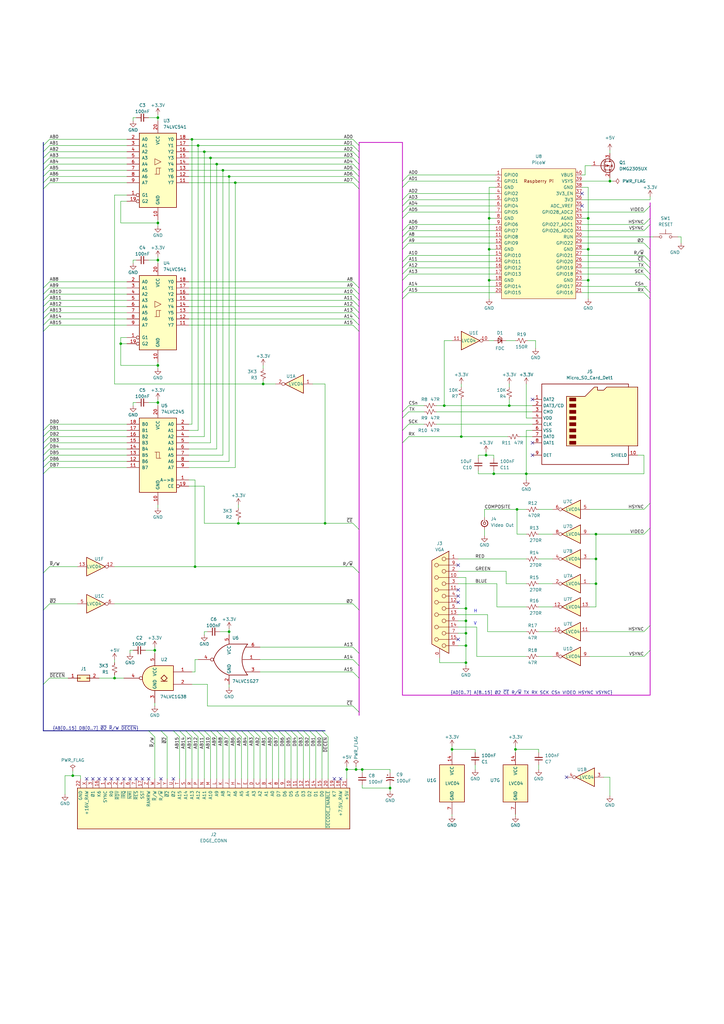
<source format=kicad_sch>
(kicad_sch (version 20230121) (generator eeschema)
  (paper "A3" portrait)
  (lib_symbols
    (symbol "74_1G_Library:74LVC1G27"
      (property "Reference" "U" (at -5.08 10.16 0))
      (property "Value" "74LVC1G27" (at 7.62 -10.16 0))
      (symbol "74LVC1G27_1_1"
        (pin input line (at -12.7 0 0) (length 7.11) (name "~") (number "1"))
        (pin power_in line (at 0 -10.16 90) (length 3.81) (name "GND") (number "2"))
        (pin input line (at -12.7 -5.08 0) (length 5.84) (name "~") (number "3"))
        (pin output inverted (at 12.7 0 180) (length 6.35) (name "~") (number "4"))
        (pin power_in line (at 0 10.16 270) (length 3.81) (name "VCC") (number "5"))
        (pin input line (at -12.7 5.08 0) (length 5.84) (name "~") (number "6"))
      )
    )
    (symbol "74xGxx:74LVC1G38"
      (property "Reference" "U" (at -5.08 7.62 0))
      (property "Value" "74LVC1G38" (at 7.62 -7.62 0))
      (symbol "74LVC1G38_1_1"
        (pin input line (at -15.24 2.54 0) (length 7.62) (name "~") (number "1"))
        (pin input line (at -15.24 -2.54 0) (length 7.62) (name "~") (number "2"))
        (pin power_in line (at 0 -10.16 90) (length 5.08) (name "GND") (number "3"))
        (pin output inverted (at 12.7 0 180) (length 7.62) (name "~") (number "4"))
        (pin power_in line (at 0 10.16 270) (length 5.08) (name "VCC") (number "5"))
      )
    )
    (symbol "74xx:74HCT04"
      (property "Reference" "U" (at 0 1.27 0))
      (property "Value" "74HCT04" (at 0 -1.27 0))
      (symbol "74HCT04_1_0"
        (pin input line (at -7.62 0 0) (length 3.81) (name "~") (number "1"))
        (pin output inverted (at 7.62 0 180) (length 3.81) (name "~") (number "2"))
      )
      (symbol "74HCT04_2_0"
        (pin input line (at -7.62 0 0) (length 3.81) (name "~") (number "3"))
        (pin output inverted (at 7.62 0 180) (length 3.81) (name "~") (number "4"))
      )
      (symbol "74HCT04_3_0"
        (pin input line (at -7.62 0 0) (length 3.81) (name "~") (number "5"))
        (pin output inverted (at 7.62 0 180) (length 3.81) (name "~") (number "6"))
      )
      (symbol "74HCT04_4_0"
        (pin output inverted (at 7.62 0 180) (length 3.81) (name "~") (number "8"))
        (pin input line (at -7.62 0 0) (length 3.81) (name "~") (number "9"))
      )
      (symbol "74HCT04_5_0"
        (pin output inverted (at 7.62 0 180) (length 3.81) (name "~") (number "10"))
        (pin input line (at -7.62 0 0) (length 3.81) (name "~") (number "11"))
      )
      (symbol "74HCT04_6_0"
        (pin output inverted (at 7.62 0 180) (length 3.81) (name "~") (number "12"))
        (pin input line (at -7.62 0 0) (length 3.81) (name "~") (number "13"))
      )
      (symbol "74HCT04_7_0"
        (pin power_in line (at 0 12.7 270) (length 5.08) (name "VCC") (number "14"))
        (pin power_in line (at 0 -12.7 90) (length 5.08) (name "GND") (number "7"))
      )
    )
    (symbol "74xx:74HCT541" (pin_names (offset 1.016))
      (property "Reference" "U" (at -7.62 16.51 0))
      (property "Value" "74HCT541" (at -7.62 -16.51 0))
      (symbol "74HCT541_1_0"
        (pin input inverted (at -12.7 -10.16 0) (length 5.08) (name "G1") (number "1"))
        (pin power_in line (at 0 -20.32 90) (length 5.08) (name "GND") (number "10"))
        (pin tri_state line (at 12.7 -5.08 180) (length 5.08) (name "Y7") (number "11"))
        (pin tri_state line (at 12.7 -2.54 180) (length 5.08) (name "Y6") (number "12"))
        (pin tri_state line (at 12.7 0 180) (length 5.08) (name "Y5") (number "13"))
        (pin tri_state line (at 12.7 2.54 180) (length 5.08) (name "Y4") (number "14"))
        (pin tri_state line (at 12.7 5.08 180) (length 5.08) (name "Y3") (number "15"))
        (pin tri_state line (at 12.7 7.62 180) (length 5.08) (name "Y2") (number "16"))
        (pin tri_state line (at 12.7 10.16 180) (length 5.08) (name "Y1") (number "17"))
        (pin tri_state line (at 12.7 12.7 180) (length 5.08) (name "Y0") (number "18"))
        (pin input inverted (at -12.7 -12.7 0) (length 5.08) (name "G2") (number "19"))
        (pin input line (at -12.7 12.7 0) (length 5.08) (name "A0") (number "2"))
        (pin power_in line (at 0 20.32 270) (length 5.08) (name "VCC") (number "20"))
        (pin input line (at -12.7 10.16 0) (length 5.08) (name "A1") (number "3"))
        (pin input line (at -12.7 7.62 0) (length 5.08) (name "A2") (number "4"))
        (pin input line (at -12.7 5.08 0) (length 5.08) (name "A3") (number "5"))
        (pin input line (at -12.7 2.54 0) (length 5.08) (name "A4") (number "6"))
        (pin input line (at -12.7 0 0) (length 5.08) (name "A5") (number "7"))
        (pin input line (at -12.7 -2.54 0) (length 5.08) (name "A6") (number "8"))
        (pin input line (at -12.7 -5.08 0) (length 5.08) (name "A7") (number "9"))
      )
    )
    (symbol "74xx:74LS245" (pin_names (offset 1.016))
      (property "Reference" "U" (at -7.62 16.51 0))
      (property "Value" "74LS245" (at -7.62 -16.51 0))
      (symbol "74LS245_1_0"
        (pin input line (at -12.7 -10.16 0) (length 5.08) (name "A->B") (number "1"))
        (pin power_in line (at 0 -20.32 90) (length 5.08) (name "GND") (number "10"))
        (pin tri_state line (at 12.7 -5.08 180) (length 5.08) (name "B7") (number "11"))
        (pin tri_state line (at 12.7 -2.54 180) (length 5.08) (name "B6") (number "12"))
        (pin tri_state line (at 12.7 0 180) (length 5.08) (name "B5") (number "13"))
        (pin tri_state line (at 12.7 2.54 180) (length 5.08) (name "B4") (number "14"))
        (pin tri_state line (at 12.7 5.08 180) (length 5.08) (name "B3") (number "15"))
        (pin tri_state line (at 12.7 7.62 180) (length 5.08) (name "B2") (number "16"))
        (pin tri_state line (at 12.7 10.16 180) (length 5.08) (name "B1") (number "17"))
        (pin tri_state line (at 12.7 12.7 180) (length 5.08) (name "B0") (number "18"))
        (pin input inverted (at -12.7 -12.7 0) (length 5.08) (name "CE") (number "19"))
        (pin tri_state line (at -12.7 12.7 0) (length 5.08) (name "A0") (number "2"))
        (pin power_in line (at 0 20.32 270) (length 5.08) (name "VCC") (number "20"))
        (pin tri_state line (at -12.7 10.16 0) (length 5.08) (name "A1") (number "3"))
        (pin tri_state line (at -12.7 7.62 0) (length 5.08) (name "A2") (number "4"))
        (pin tri_state line (at -12.7 5.08 0) (length 5.08) (name "A3") (number "5"))
        (pin tri_state line (at -12.7 2.54 0) (length 5.08) (name "A4") (number "6"))
        (pin tri_state line (at -12.7 0 0) (length 5.08) (name "A5") (number "7"))
        (pin tri_state line (at -12.7 -2.54 0) (length 5.08) (name "A6") (number "8"))
        (pin tri_state line (at -12.7 -5.08 0) (length 5.08) (name "A7") (number "9"))
      )
    )
    (symbol "Connector:Conn_Coaxial_Small" (pin_numbers hide) (pin_names (offset 1.016) hide)
      (property "Reference" "J" (at 0.254 3.048 0))
      (property "Value" "Conn_Coaxial_Small" (at 0 -3.81 0))
      (symbol "Conn_Coaxial_Small_1_1"
        (pin passive line (at -2.54 0 0) (length 1.27) (name "In") (number "1"))
        (pin passive line (at 2.54 0 180) (length 1.27) (name "Ext") (number "2"))
      )
    )
    (symbol "Connector:DA15_Receptacle_MountingHoles" (pin_names (offset 1.016) hide)
      (property "Reference" "J" (at 0 24.13 0))
      (property "Value" "DA15_Receptacle_MountingHoles" (at 0 22.225 0))
      (symbol "DA15_Receptacle_MountingHoles_1_1"
        (pin passive line (at 0 -22.86 90) (length 3.81) (name "PAD") (number "0"))
        (pin passive line (at -7.62 17.78 0) (length 3.81) (name "1") (number "1"))
        (pin passive line (at -7.62 10.16 0) (length 3.81) (name "P10") (number "10"))
        (pin passive line (at -7.62 5.08 0) (length 3.81) (name "P111") (number "11"))
        (pin passive line (at -7.62 0 0) (length 3.81) (name "P12") (number "12"))
        (pin passive line (at -7.62 -5.08 0) (length 3.81) (name "P13") (number "13"))
        (pin passive line (at -7.62 -10.16 0) (length 3.81) (name "P14") (number "14"))
        (pin passive line (at -7.62 -15.24 0) (length 3.81) (name "P15") (number "15"))
        (pin passive line (at -7.62 12.7 0) (length 3.81) (name "2") (number "2"))
        (pin passive line (at -7.62 7.62 0) (length 3.81) (name "3") (number "3"))
        (pin passive line (at -7.62 2.54 0) (length 3.81) (name "4") (number "4"))
        (pin passive line (at -7.62 -2.54 0) (length 3.81) (name "5") (number "5"))
        (pin passive line (at -7.62 -7.62 0) (length 3.81) (name "6") (number "6"))
        (pin passive line (at -7.62 -12.7 0) (length 3.81) (name "7") (number "7"))
        (pin passive line (at -7.62 -17.78 0) (length 3.81) (name "8") (number "8"))
        (pin passive line (at -7.62 15.24 0) (length 3.81) (name "P9") (number "9"))
      )
    )
    (symbol "Connector:Micro_SD_Card_Det1"
      (property "Reference" "J" (at -16.51 17.78 0))
      (property "Value" "Micro_SD_Card_Det1" (at 16.51 17.78 0))
      (symbol "Micro_SD_Card_Det1_1_1"
        (pin bidirectional line (at -22.86 10.16 0) (length 3.81) (name "DAT2") (number "1"))
        (pin passive line (at 20.32 -12.7 180) (length 3.81) (name "SHIELD") (number "10"))
        (pin bidirectional line (at -22.86 7.62 0) (length 3.81) (name "DAT3/CD") (number "2"))
        (pin input line (at -22.86 5.08 0) (length 3.81) (name "CMD") (number "3"))
        (pin power_in line (at -22.86 2.54 0) (length 3.81) (name "VDD") (number "4"))
        (pin input line (at -22.86 0 0) (length 3.81) (name "CLK") (number "5"))
        (pin power_in line (at -22.86 -2.54 0) (length 3.81) (name "VSS") (number "6"))
        (pin bidirectional line (at -22.86 -5.08 0) (length 3.81) (name "DAT0") (number "7"))
        (pin bidirectional line (at -22.86 -7.62 0) (length 3.81) (name "DAT1") (number "8"))
        (pin passive line (at -22.86 -12.7 0) (length 3.81) (name "DET") (number "9"))
      )
    )
    (symbol "Connector_Generic:Conn_02x01" (pin_names (offset 1.016) hide)
      (property "Reference" "J" (at 1.27 2.54 0))
      (property "Value" "Conn_02x01" (at 1.27 -2.54 0))
      (symbol "Conn_02x01_1_1"
        (pin passive line (at -5.08 0 0) (length 3.81) (name "Pin_1") (number "1"))
        (pin passive line (at 7.62 0 180) (length 3.81) (name "Pin_2") (number "2"))
      )
    )
    (symbol "Device:C_Polarized_Small_US" (pin_numbers hide) (pin_names (offset 0.254) hide)
      (property "Reference" "C" (at 0.254 1.778 0))
      (property "Value" "C_Polarized_Small_US" (at 0.254 -2.032 0))
      (symbol "C_Polarized_Small_US_1_1"
        (pin passive line (at 0 2.54 270) (length 2.032) (name "~") (number "1"))
        (pin passive line (at 0 -2.54 90) (length 2.032) (name "~") (number "2"))
      )
    )
    (symbol "Device:C_Small" (pin_numbers hide) (pin_names (offset 0.254) hide)
      (property "Reference" "C" (at 0.254 1.778 0))
      (property "Value" "C_Small" (at 0.254 -2.032 0))
      (symbol "C_Small_1_1"
        (pin passive line (at 0 2.54 270) (length 2.032) (name "~") (number "1"))
        (pin passive line (at 0 -2.54 90) (length 2.032) (name "~") (number "2"))
      )
    )
    (symbol "Device:LED_Small" (pin_numbers hide) (pin_names (offset 0.254) hide)
      (property "Reference" "D" (at -1.27 3.175 0))
      (property "Value" "LED_Small" (at -4.445 -2.54 0))
      (symbol "LED_Small_1_1"
        (pin passive line (at -2.54 0 0) (length 1.778) (name "K") (number "1"))
        (pin passive line (at 2.54 0 180) (length 1.778) (name "A") (number "2"))
      )
    )
    (symbol "Device:R_Small_US" (pin_numbers hide) (pin_names (offset 0.254) hide)
      (property "Reference" "R" (at 0.762 0.508 0))
      (property "Value" "R_Small_US" (at 0.762 -1.016 0))
      (symbol "R_Small_US_1_1"
        (pin passive line (at 0 2.54 270) (length 1.016) (name "~") (number "1"))
        (pin passive line (at 0 -2.54 90) (length 1.016) (name "~") (number "2"))
      )
    )
    (symbol "MTU_Library:EDGE_CONN" (pin_names (offset 1.016))
      (property "Reference" "J7" (at 7.874 1.016 0))
      (property "Value" "EDGE_CONN" (at 9.652 -1.905 0))
      (symbol "EDGE_CONN_1_1"
        (pin passive line (at -5.08 -45.72 0) (length 3.81) (name "SYNC") (number "1"))
        (pin passive line (at -5.08 30.48 0) (length 3.81) (name "D5") (number "10"))
        (pin passive line (at -5.08 33.02 0) (length 3.81) (name "D4") (number "11"))
        (pin passive line (at -5.08 35.56 0) (length 3.81) (name "D3") (number "12"))
        (pin passive line (at -5.08 38.1 0) (length 3.81) (name "D2") (number "13"))
        (pin passive line (at -5.08 40.64 0) (length 3.81) (name "D1") (number "14"))
        (pin passive line (at -5.08 43.18 0) (length 3.81) (name "D0") (number "15"))
        (pin passive line (at -5.08 -48.26 0) (length 3.81) (name "K6") (number "16"))
        (pin passive line (at -5.08 -30.48 0) (length 3.81) (name "SST") (number "17"))
        (pin passive line (at -5.08 50.8 0) (length 3.81) (name "+7.5V_RAW") (number "18"))
        (pin passive line (at -5.08 48.26 0) (length 3.81) (name "K7") (number "19"))
        (pin passive line (at -5.08 -40.64 0) (length 3.81) (name "~{RDY}") (number "2"))
        (pin passive line (at -5.08 45.72 0) (length 3.81) (name "~{DECODE_ENABLE}") (number "20"))
        (pin passive line (at -5.08 53.34 0) (length 3.81) (name "+5V") (number "21"))
        (pin passive line (at -5.08 -55.88 0) (length 3.81) (name "GND") (number "22"))
        (pin passive line (at -5.08 -50.8 0) (length 3.81) (name "Ø1") (number "3"))
        (pin passive line (at -5.08 -38.1 0) (length 3.81) (name "~{IRQ}") (number "4"))
        (pin passive line (at -5.08 -43.18 0) (length 3.81) (name "R0") (number "5"))
        (pin passive line (at -5.08 -35.56 0) (length 3.81) (name "~{NMI}") (number "6"))
        (pin passive line (at -5.08 -33.02 0) (length 3.81) (name "~{RES}") (number "7"))
        (pin passive line (at -5.08 25.4 0) (length 3.81) (name "D7") (number "8"))
        (pin passive line (at -5.08 27.94 0) (length 3.81) (name "D6") (number "9"))
        (pin passive line (at -5.08 22.86 0) (length 3.81) (name "A0") (number "A"))
        (pin passive line (at -5.08 20.32 0) (length 3.81) (name "A1") (number "B"))
        (pin passive line (at -5.08 17.78 0) (length 3.81) (name "A2") (number "C"))
        (pin passive line (at -5.08 15.24 0) (length 3.81) (name "A3") (number "D"))
        (pin passive line (at -5.08 12.7 0) (length 3.81) (name "A4") (number "E"))
        (pin passive line (at -5.08 10.16 0) (length 3.81) (name "A5") (number "F"))
        (pin passive line (at -5.08 7.62 0) (length 3.81) (name "A6") (number "H"))
        (pin passive line (at -5.08 5.08 0) (length 3.81) (name "A7") (number "J"))
        (pin passive line (at -5.08 2.54 0) (length 3.81) (name "A8") (number "K"))
        (pin passive line (at -5.08 0 0) (length 3.81) (name "A9") (number "L"))
        (pin passive line (at -5.08 -2.54 0) (length 3.81) (name "A10") (number "M"))
        (pin passive line (at -5.08 -5.08 0) (length 3.81) (name "A11") (number "N"))
        (pin passive line (at -5.08 -7.62 0) (length 3.81) (name "A12") (number "P"))
        (pin passive line (at -5.08 -10.16 0) (length 3.81) (name "A13") (number "R"))
        (pin passive line (at -5.08 -12.7 0) (length 3.81) (name "A14") (number "S"))
        (pin passive line (at -5.08 -15.24 0) (length 3.81) (name "A15") (number "T"))
        (pin passive line (at -5.08 -17.78 0) (length 3.81) (name "Ø2") (number "U"))
        (pin passive line (at -5.08 -22.86 0) (length 3.81) (name "R/~{W}") (number "V"))
        (pin passive line (at -5.08 -25.4 0) (length 3.81) (name "~{R}/W") (number "W"))
        (pin passive line (at -5.08 -53.34 0) (length 3.81) (name "+16V_RAW") (number "X"))
        (pin passive line (at -5.08 -20.32 0) (length 3.81) (name "~{Ø2}") (number "Y"))
        (pin passive line (at -5.08 -27.94 0) (length 3.81) (name "RAMRW") (number "Z"))
      )
    )
    (symbol "PicoW:PicoW" (pin_names (offset 1.016))
      (property "Reference" "U" (at -13.97 27.94 0))
      (property "Value" "PicoW" (at 0 19.05 0))
      (symbol "PicoW_0_0"
        (text "Raspberry Pi" (at 0 21.59 0) (effects (font (size 1.27 1.27))))
      )
      (symbol "PicoW_1_1"
        (pin bidirectional line (at -17.78 24.13 0) (length 2.54) (name "GPIO0") (number "1"))
        (pin bidirectional line (at -17.78 1.27 0) (length 2.54) (name "GPIO7") (number "10"))
        (pin bidirectional line (at -17.78 -1.27 0) (length 2.54) (name "GPIO8") (number "11"))
        (pin bidirectional line (at -17.78 -3.81 0) (length 2.54) (name "GPIO9") (number "12"))
        (pin power_in line (at -17.78 -6.35 0) (length 2.54) (name "GND") (number "13"))
        (pin bidirectional line (at -17.78 -8.89 0) (length 2.54) (name "GPIO10") (number "14"))
        (pin bidirectional line (at -17.78 -11.43 0) (length 2.54) (name "GPIO11") (number "15"))
        (pin bidirectional line (at -17.78 -13.97 0) (length 2.54) (name "GPIO12") (number "16"))
        (pin bidirectional line (at -17.78 -16.51 0) (length 2.54) (name "GPIO13") (number "17"))
        (pin power_in line (at -17.78 -19.05 0) (length 2.54) (name "GND") (number "18"))
        (pin bidirectional line (at -17.78 -21.59 0) (length 2.54) (name "GPIO14") (number "19"))
        (pin bidirectional line (at -17.78 21.59 0) (length 2.54) (name "GPIO1") (number "2"))
        (pin bidirectional line (at -17.78 -24.13 0) (length 2.54) (name "GPIO15") (number "20"))
        (pin bidirectional line (at 17.78 -24.13 180) (length 2.54) (name "GPIO16") (number "21"))
        (pin bidirectional line (at 17.78 -21.59 180) (length 2.54) (name "GPIO17") (number "22"))
        (pin power_in line (at 17.78 -19.05 180) (length 2.54) (name "GND") (number "23"))
        (pin bidirectional line (at 17.78 -16.51 180) (length 2.54) (name "GPIO18") (number "24"))
        (pin bidirectional line (at 17.78 -13.97 180) (length 2.54) (name "GPIO19") (number "25"))
        (pin bidirectional line (at 17.78 -11.43 180) (length 2.54) (name "GPIO20") (number "26"))
        (pin bidirectional line (at 17.78 -8.89 180) (length 2.54) (name "GPIO21") (number "27"))
        (pin power_in line (at 17.78 -6.35 180) (length 2.54) (name "GND") (number "28"))
        (pin bidirectional line (at 17.78 -3.81 180) (length 2.54) (name "GPIO22") (number "29"))
        (pin power_in line (at -17.78 19.05 0) (length 2.54) (name "GND") (number "3"))
        (pin input line (at 17.78 -1.27 180) (length 2.54) (name "RUN") (number "30"))
        (pin bidirectional line (at 17.78 1.27 180) (length 2.54) (name "GPIO26_ADC0") (number "31"))
        (pin bidirectional line (at 17.78 3.81 180) (length 2.54) (name "GPIO27_ADC1") (number "32"))
        (pin power_in line (at 17.78 6.35 180) (length 2.54) (name "AGND") (number "33"))
        (pin bidirectional line (at 17.78 8.89 180) (length 2.54) (name "GPIO28_ADC2") (number "34"))
        (pin unspecified line (at 17.78 11.43 180) (length 2.54) (name "ADC_VREF") (number "35"))
        (pin power_out line (at 17.78 13.97 180) (length 2.54) (name "3V3") (number "36"))
        (pin input line (at 17.78 16.51 180) (length 2.54) (name "3V3_EN") (number "37"))
        (pin power_in line (at 17.78 19.05 180) (length 2.54) (name "GND") (number "38"))
        (pin power_in line (at 17.78 21.59 180) (length 2.54) (name "VSYS") (number "39"))
        (pin bidirectional line (at -17.78 16.51 0) (length 2.54) (name "GPIO2") (number "4"))
        (pin power_out line (at 17.78 24.13 180) (length 2.54) (name "VBUS") (number "40"))
        (pin bidirectional line (at -17.78 13.97 0) (length 2.54) (name "GPIO3") (number "5"))
        (pin bidirectional line (at -17.78 11.43 0) (length 2.54) (name "GPIO4") (number "6"))
        (pin bidirectional line (at -17.78 8.89 0) (length 2.54) (name "GPIO5") (number "7"))
        (pin power_in line (at -17.78 6.35 0) (length 2.54) (name "GND") (number "8"))
        (pin bidirectional line (at -17.78 3.81 0) (length 2.54) (name "GPIO6") (number "9"))
      )
    )
    (symbol "Switch:SW_Push" (pin_numbers hide) (pin_names (offset 1.016) hide)
      (property "Reference" "SW" (at 1.27 2.54 0))
      (property "Value" "SW_Push" (at 0 -1.524 0))
      (symbol "SW_Push_0_1"
        (pin passive line (at -5.08 0 0) (length 2.54) (name "1") (number "1"))
        (pin passive line (at 5.08 0 180) (length 2.54) (name "2") (number "2"))
      )
    )
    (symbol "Transistor_FET:TP0610T" (pin_names hide)
      (property "Reference" "Q" (at 5.08 1.905 0))
      (property "Value" "TP0610T" (at 5.08 0 0))
      (symbol "TP0610T_1_1"
        (pin input line (at -5.08 0 0) (length 2.54) (name "G") (number "1"))
        (pin passive line (at 2.54 -5.08 90) (length 2.54) (name "S") (number "2"))
        (pin passive line (at 2.54 5.08 270) (length 2.54) (name "D") (number "3"))
      )
    )
    (symbol "power:+3.3V" (power) (pin_names (offset 0))
      (property "Value" "+3.3V" (at 0 3.556 0))
      (symbol "+3.3V_1_1"
        (pin power_in line (at 0 0 90) (length 0) hide (name "+3.3V") (number "1"))
      )
    )
    (symbol "power:+5V" (power) (pin_names (offset 0))
      (property "Value" "+5V" (at 0 3.556 0))
      (symbol "+5V_1_1"
        (pin power_in line (at 0 0 90) (length 0) hide (name "+5V") (number "1"))
      )
    )
    (symbol "power:GND" (power) (pin_names (offset 0))
      (property "Value" "GND" (at 0 -3.81 0))
      (symbol "GND_1_1"
        (pin power_in line (at 0 0 270) (length 0) hide (name "GND") (number "1"))
      )
    )
    (symbol "power:PWR_FLAG" (power) (pin_numbers hide) (pin_names (offset 0) hide)
      (property "Value" "PWR_FLAG" (at 0 3.81 0))
      (symbol "PWR_FLAG_0_0"
        (pin power_out line (at 0 0 90) (length 0) (name "pwr") (number "1"))
      )
    )
  )
  (junction (at 215.9 194.31))
  (junction (at 200.66 89.535))
  (junction (at 191.135 249.555))
  (junction (at 78.74 57.15))
  (junction (at 241.3 89.535))
  (junction (at 202.565 194.31))
  (junction (at 29.845 318.135))
  (junction (at 63.5 266.7))
  (junction (at 97.79 214.63))
  (junction (at 83.82 62.23))
  (junction (at 191.135 264.795))
  (junction (at 244.475 219.075))
  (junction (at 191.135 259.715))
  (junction (at 133.35 214.63))
  (junction (at 49.53 140.97))
  (junction (at 185.42 307.34))
  (junction (at 208.915 166.37))
  (junction (at 96.52 74.93))
  (junction (at 241.3 114.935))
  (junction (at 182.245 166.37))
  (junction (at 81.28 59.69))
  (junction (at 146.05 315.595))
  (junction (at 250.19 74.295))
  (junction (at 88.9 67.31))
  (junction (at 93.98 72.39))
  (junction (at 86.36 64.77))
  (junction (at 64.77 165.1))
  (junction (at 148.59 315.595))
  (junction (at 46.99 278.13))
  (junction (at 91.44 69.85))
  (junction (at 64.77 106.68))
  (junction (at 189.23 179.07))
  (junction (at 199.39 186.69))
  (junction (at 211.455 307.34))
  (junction (at 191.135 254.635))
  (junction (at 93.98 259.08))
  (junction (at 64.77 149.86))
  (junction (at 200.66 102.235))
  (junction (at 80.01 232.41))
  (junction (at 191.135 271.78))
  (junction (at 212.09 208.915))
  (junction (at 107.95 157.48))
  (junction (at 64.77 48.26))
  (junction (at 142.24 315.595))
  (junction (at 244.475 229.235))
  (junction (at 244.475 239.395))
  (junction (at 200.66 114.935))
  (junction (at 160.02 323.215))
  (junction (at 241.3 102.235))
  (junction (at 64.77 91.44))
  (no_connect (at 40.64 319.405))
  (no_connect (at 43.18 319.405))
  (no_connect (at 187.96 244.475))
  (no_connect (at 38.1 319.405))
  (no_connect (at 45.72 319.405))
  (no_connect (at 53.34 319.405))
  (no_connect (at 35.56 319.405))
  (no_connect (at 187.96 247.015))
  (no_connect (at 218.44 186.69))
  (no_connect (at 48.26 319.405))
  (no_connect (at 238.76 84.455))
  (no_connect (at 55.88 319.405))
  (no_connect (at 218.44 181.61))
  (no_connect (at 58.42 319.405))
  (no_connect (at 71.12 319.405))
  (no_connect (at 50.8 319.405))
  (no_connect (at 187.96 241.935))
  (no_connect (at 139.7 319.405))
  (no_connect (at 232.41 318.77))
  (no_connect (at 187.96 231.775))
  (no_connect (at 187.96 262.255))
  (no_connect (at 60.96 319.405))
  (no_connect (at 137.16 319.405))
  (no_connect (at 218.44 163.83))
  (no_connect (at 238.76 79.375))
  (no_connect (at 66.04 319.405))
  (bus_entry (at 96.52 299.72) (size 2.54 2.54))
  (bus_entry (at 167.64 79.375) (size -2.54 2.54))
  (bus_entry (at 86.36 299.72) (size 2.54 2.54))
  (bus_entry (at 60.96 299.72) (size 2.54 2.54))
  (bus_entry (at 20.32 74.93) (size -2.54 2.54))
  (bus_entry (at 78.74 299.72) (size 2.54 2.54))
  (bus_entry (at 20.32 173.99) (size -2.54 2.54))
  (bus_entry (at 20.32 125.73) (size -2.54 2.54))
  (bus_entry (at 20.32 120.65) (size -2.54 2.54))
  (bus_entry (at 121.92 299.72) (size 2.54 2.54))
  (bus_entry (at 167.64 107.315) (size -2.54 2.54))
  (bus_entry (at 20.32 186.69) (size -2.54 2.54))
  (bus_entry (at 167.64 120.015) (size -2.54 2.54))
  (bus_entry (at 20.32 176.53) (size -2.54 2.54))
  (bus_entry (at 144.78 289.56) (size 2.54 2.54))
  (bus_entry (at 167.64 86.995) (size -2.54 2.54))
  (bus_entry (at 144.78 232.41) (size 2.54 2.54))
  (bus_entry (at 91.44 299.72) (size 2.54 2.54))
  (bus_entry (at 20.32 118.11) (size -2.54 2.54))
  (bus_entry (at 144.78 115.57) (size 2.54 2.54))
  (bus_entry (at 144.78 123.19) (size 2.54 2.54))
  (bus_entry (at 101.6 299.72) (size 2.54 2.54))
  (bus_entry (at 20.32 62.23) (size -2.54 2.54))
  (bus_entry (at 167.64 117.475) (size -2.54 2.54))
  (bus_entry (at 144.78 133.35) (size 2.54 2.54))
  (bus_entry (at 20.32 232.41) (size -2.54 2.54))
  (bus_entry (at 264.16 219.075) (size 2.54 -2.54))
  (bus_entry (at 20.32 184.15) (size -2.54 2.54))
  (bus_entry (at 264.16 94.615) (size 2.54 -2.54))
  (bus_entry (at 167.64 94.615) (size -2.54 2.54))
  (bus_entry (at 109.22 299.72) (size 2.54 2.54))
  (bus_entry (at 144.78 275.59) (size 2.54 2.54))
  (bus_entry (at 264.16 259.08) (size 2.54 -2.54))
  (bus_entry (at 167.64 168.91) (size -2.54 2.54))
  (bus_entry (at 20.32 67.31) (size -2.54 2.54))
  (bus_entry (at 71.12 299.72) (size 2.54 2.54))
  (bus_entry (at 167.64 71.755) (size -2.54 2.54))
  (bus_entry (at 93.98 299.72) (size 2.54 2.54))
  (bus_entry (at 129.54 299.72) (size 2.54 2.54))
  (bus_entry (at 167.64 109.855) (size -2.54 2.54))
  (bus_entry (at 20.32 189.23) (size -2.54 2.54))
  (bus_entry (at 20.32 179.07) (size -2.54 2.54))
  (bus_entry (at 20.32 181.61) (size -2.54 2.54))
  (bus_entry (at 167.64 104.775) (size -2.54 2.54))
  (bus_entry (at 20.32 72.39) (size -2.54 2.54))
  (bus_entry (at 116.84 299.72) (size 2.54 2.54))
  (bus_entry (at 20.32 57.15) (size -2.54 2.54))
  (bus_entry (at 20.32 130.81) (size -2.54 2.54))
  (bus_entry (at 167.64 112.395) (size -2.54 2.54))
  (bus_entry (at 167.64 179.07) (size -2.54 2.54))
  (bus_entry (at 106.68 299.72) (size 2.54 2.54))
  (bus_entry (at 167.64 84.455) (size -2.54 2.54))
  (bus_entry (at 76.2 299.72) (size 2.54 2.54))
  (bus_entry (at 20.32 133.35) (size -2.54 2.54))
  (bus_entry (at 114.3 299.72) (size 2.54 2.54))
  (bus_entry (at 99.06 299.72) (size 2.54 2.54))
  (bus_entry (at 264.16 120.015) (size 2.54 2.54))
  (bus_entry (at 20.32 128.27) (size -2.54 2.54))
  (bus_entry (at 264.16 112.395) (size 2.54 2.54))
  (bus_entry (at 144.78 72.39) (size 2.54 2.54))
  (bus_entry (at 167.64 81.915) (size -2.54 2.54))
  (bus_entry (at 81.28 299.72) (size 2.54 2.54))
  (bus_entry (at 20.32 278.13) (size -2.54 2.54))
  (bus_entry (at 144.78 59.69) (size 2.54 2.54))
  (bus_entry (at 264.16 117.475) (size 2.54 2.54))
  (bus_entry (at 20.32 64.77) (size -2.54 2.54))
  (bus_entry (at 111.76 299.72) (size 2.54 2.54))
  (bus_entry (at 144.78 74.93) (size 2.54 2.54))
  (bus_entry (at 144.78 120.65) (size 2.54 2.54))
  (bus_entry (at 264.16 107.315) (size 2.54 2.54))
  (bus_entry (at 167.64 97.155) (size -2.54 2.54))
  (bus_entry (at 144.78 130.81) (size 2.54 2.54))
  (bus_entry (at 20.32 59.69) (size -2.54 2.54))
  (bus_entry (at 88.9 299.72) (size 2.54 2.54))
  (bus_entry (at 264.16 99.695) (size 2.54 2.54))
  (bus_entry (at 119.38 299.72) (size 2.54 2.54))
  (bus_entry (at 167.64 99.695) (size -2.54 2.54))
  (bus_entry (at 20.32 247.65) (size -2.54 2.54))
  (bus_entry (at 144.78 64.77) (size 2.54 2.54))
  (bus_entry (at 124.46 299.72) (size 2.54 2.54))
  (bus_entry (at 20.32 191.77) (size -2.54 2.54))
  (bus_entry (at 264.16 92.075) (size 2.54 -2.54))
  (bus_entry (at 144.78 128.27) (size 2.54 2.54))
  (bus_entry (at 144.78 62.23) (size 2.54 2.54))
  (bus_entry (at 20.32 69.85) (size -2.54 2.54))
  (bus_entry (at 144.78 67.31) (size 2.54 2.54))
  (bus_entry (at 264.16 86.995) (size 2.54 -2.54))
  (bus_entry (at 167.64 166.37) (size -2.54 2.54))
  (bus_entry (at 167.64 173.99) (size -2.54 2.54))
  (bus_entry (at 144.78 214.63) (size 2.54 2.54))
  (bus_entry (at 66.04 299.72) (size 2.54 2.54))
  (bus_entry (at 144.78 118.11) (size 2.54 2.54))
  (bus_entry (at 144.78 247.65) (size 2.54 2.54))
  (bus_entry (at 167.64 92.075) (size -2.54 2.54))
  (bus_entry (at 144.78 270.51) (size 2.54 2.54))
  (bus_entry (at 144.78 69.85) (size 2.54 2.54))
  (bus_entry (at 167.64 74.295) (size -2.54 2.54))
  (bus_entry (at 73.66 299.72) (size 2.54 2.54))
  (bus_entry (at 264.16 104.775) (size 2.54 2.54))
  (bus_entry (at 83.82 299.72) (size 2.54 2.54))
  (bus_entry (at 264.16 109.855) (size 2.54 2.54))
  (bus_entry (at 132.08 299.72) (size 2.54 2.54))
  (bus_entry (at 127 299.72) (size 2.54 2.54))
  (bus_entry (at 264.16 208.915) (size 2.54 -2.54))
  (bus_entry (at 144.78 57.15) (size 2.54 2.54))
  (bus_entry (at 144.78 265.43) (size 2.54 2.54))
  (bus_entry (at 264.16 269.24) (size 2.54 -2.54))
  (bus_entry (at 144.78 125.73) (size 2.54 2.54))
  (bus_entry (at 20.32 123.19) (size -2.54 2.54))
  (bus_entry (at 104.14 299.72) (size 2.54 2.54))
  (bus_entry (at 20.32 115.57) (size -2.54 2.54))
  (wire (pts (xy 107.95 149.86) (xy 107.95 151.13)))
  (bus (pts (xy 17.78 135.89) (xy 17.78 176.53)))
  (bus (pts (xy 121.92 299.72) (xy 124.46 299.72)))
  (wire (pts (xy 207.645 239.395) (xy 215.9 239.395)))
  (wire (pts (xy 127 302.26) (xy 127 319.405)))
  (wire (pts (xy 78.74 275.59) (xy 80.01 275.59)))
  (wire (pts (xy 49.53 140.97) (xy 52.07 140.97)))
  (wire (pts (xy 52.07 67.31) (xy 20.32 67.31)))
  (bus (pts (xy 165.1 102.235) (xy 165.1 107.315)) (stroke (width 0) (color 194 0 194 1)))
  (wire (pts (xy 215.9 219.075) (xy 212.09 219.075)))
  (wire (pts (xy 54.61 165.1) (xy 55.88 165.1)))
  (wire (pts (xy 185.42 306.07) (xy 185.42 307.34)))
  (wire (pts (xy 77.47 189.23) (xy 93.98 189.23)))
  (wire (pts (xy 52.07 62.23) (xy 20.32 62.23)))
  (wire (pts (xy 40.64 278.13) (xy 46.99 278.13)))
  (bus (pts (xy 17.78 62.23) (xy 17.78 64.77)))
  (wire (pts (xy 238.76 104.775) (xy 264.16 104.775)))
  (wire (pts (xy 264.16 186.69) (xy 261.62 186.69)))
  (bus (pts (xy 165.1 181.61) (xy 165.1 285.115)) (stroke (width 0) (color 194 0 194 1)))
  (wire (pts (xy 179.07 173.99) (xy 218.44 173.99)))
  (bus (pts (xy 165.1 99.695) (xy 165.1 102.235)) (stroke (width 0) (color 194 0 194 1)))
  (wire (pts (xy 203.2 92.075) (xy 167.64 92.075)))
  (wire (pts (xy 64.77 105.41) (xy 64.77 106.68)))
  (wire (pts (xy 211.455 306.07) (xy 211.455 307.34)))
  (bus (pts (xy 17.78 67.31) (xy 17.78 69.85)))
  (bus (pts (xy 76.2 299.72) (xy 78.74 299.72)))
  (wire (pts (xy 49.53 82.55) (xy 52.07 82.55)))
  (wire (pts (xy 203.2 109.855) (xy 167.64 109.855)))
  (wire (pts (xy 78.74 57.15) (xy 144.78 57.15)))
  (wire (pts (xy 97.79 214.63) (xy 133.35 214.63)))
  (wire (pts (xy 238.76 86.995) (xy 264.16 86.995)))
  (wire (pts (xy 250.19 74.295) (xy 251.46 74.295)))
  (bus (pts (xy 116.84 299.72) (xy 119.38 299.72)))
  (wire (pts (xy 238.76 89.535) (xy 241.3 89.535)))
  (wire (pts (xy 52.07 69.85) (xy 20.32 69.85)))
  (wire (pts (xy 203.2 76.835) (xy 200.66 76.835)))
  (wire (pts (xy 200.025 259.08) (xy 215.9 259.08)))
  (wire (pts (xy 83.82 62.23) (xy 144.78 62.23)))
  (bus (pts (xy 147.32 123.19) (xy 147.32 120.65)) (stroke (width 0) (color 194 0 194 1)))
  (wire (pts (xy 93.98 257.81) (xy 93.98 259.08)))
  (wire (pts (xy 203.2 84.455) (xy 167.64 84.455)))
  (bus (pts (xy 127 299.72) (xy 129.54 299.72)))
  (bus (pts (xy 165.1 76.835) (xy 165.1 81.915)) (stroke (width 0) (color 194 0 194 1)))
  (wire (pts (xy 52.07 181.61) (xy 20.32 181.61)))
  (bus (pts (xy 17.78 250.19) (xy 17.78 280.67)))
  (wire (pts (xy 93.98 259.08) (xy 93.98 260.35)))
  (bus (pts (xy 165.1 114.935) (xy 165.1 120.015)) (stroke (width 0) (color 194 0 194 1)))
  (wire (pts (xy 80.01 196.85) (xy 80.01 232.41)))
  (wire (pts (xy 142.24 315.595) (xy 146.05 315.595)))
  (wire (pts (xy 52.07 74.93) (xy 20.32 74.93)))
  (wire (pts (xy 46.99 270.51) (xy 46.99 271.78)))
  (bus (pts (xy 165.1 97.155) (xy 165.1 99.695)) (stroke (width 0) (color 194 0 194 1)))
  (wire (pts (xy 86.36 64.77) (xy 144.78 64.77)))
  (wire (pts (xy 218.44 171.45) (xy 215.9 171.45)))
  (wire (pts (xy 208.915 163.83) (xy 208.915 166.37)))
  (bus (pts (xy 266.7 266.7) (xy 266.7 285.115)) (stroke (width 0) (color 194 0 194 1)))
  (wire (pts (xy 238.76 112.395) (xy 264.16 112.395)))
  (wire (pts (xy 207.645 239.395) (xy 207.645 234.315)))
  (bus (pts (xy 147.32 273.05) (xy 147.32 267.97)) (stroke (width 0) (color 194 0 194 1)))
  (wire (pts (xy 194.945 313.69) (xy 194.945 315.595)))
  (wire (pts (xy 203.2 112.395) (xy 167.64 112.395)))
  (wire (pts (xy 52.07 115.57) (xy 20.32 115.57)))
  (wire (pts (xy 46.99 247.65) (xy 144.78 247.65)))
  (wire (pts (xy 49.53 140.97) (xy 49.53 149.86)))
  (bus (pts (xy 17.78 184.15) (xy 17.78 186.69)))
  (wire (pts (xy 200.025 252.095) (xy 200.025 259.08)))
  (bus (pts (xy 147.32 125.73) (xy 147.32 123.19)) (stroke (width 0) (color 194 0 194 1)))
  (wire (pts (xy 199.39 185.42) (xy 199.39 186.69)))
  (wire (pts (xy 195.58 269.24) (xy 215.9 269.24)))
  (bus (pts (xy 17.78 74.93) (xy 17.78 77.47)))
  (wire (pts (xy 97.79 207.01) (xy 97.79 208.28)))
  (bus (pts (xy 147.32 133.35) (xy 147.32 130.81)) (stroke (width 0) (color 194 0 194 1)))
  (wire (pts (xy 96.52 74.93) (xy 144.78 74.93)))
  (wire (pts (xy 77.47 67.31) (xy 88.9 67.31)))
  (wire (pts (xy 189.23 163.83) (xy 189.23 179.07)))
  (wire (pts (xy 220.98 259.08) (xy 226.695 259.08)))
  (wire (pts (xy 83.82 199.39) (xy 83.82 214.63)))
  (wire (pts (xy 238.76 114.935) (xy 241.3 114.935)))
  (bus (pts (xy 147.32 77.47) (xy 147.32 74.93)) (stroke (width 0) (color 194 0 194 1)))
  (bus (pts (xy 147.32 72.39) (xy 147.32 69.85)) (stroke (width 0) (color 194 0 194 1)))
  (wire (pts (xy 211.455 139.7) (xy 207.645 139.7)))
  (wire (pts (xy 111.76 302.26) (xy 111.76 319.405)))
  (wire (pts (xy 195.58 257.175) (xy 195.58 269.24)))
  (wire (pts (xy 264.16 117.475) (xy 265.43 117.475)))
  (wire (pts (xy 203.835 248.92) (xy 215.9 248.92)))
  (wire (pts (xy 52.07 138.43) (xy 49.53 138.43)))
  (wire (pts (xy 85.09 280.67) (xy 85.09 289.56)))
  (wire (pts (xy 238.76 76.835) (xy 241.3 76.835)))
  (wire (pts (xy 191.135 271.78) (xy 191.135 273.05)))
  (wire (pts (xy 208.915 157.48) (xy 208.915 158.75)))
  (wire (pts (xy 53.34 267.97) (xy 53.34 266.7)))
  (wire (pts (xy 64.77 148.59) (xy 64.77 149.86)))
  (wire (pts (xy 77.47 179.07) (xy 83.82 179.07)))
  (wire (pts (xy 77.47 191.77) (xy 96.52 191.77)))
  (wire (pts (xy 52.07 128.27) (xy 20.32 128.27)))
  (bus (pts (xy 147.32 118.11) (xy 147.32 77.47)) (stroke (width 0) (color 194 0 194 1)))
  (bus (pts (xy 147.32 217.17) (xy 147.32 234.95)) (stroke (width 0) (color 194 0 194 1)))
  (wire (pts (xy 93.98 72.39) (xy 93.98 189.23)))
  (bus (pts (xy 66.04 299.72) (xy 71.12 299.72)))
  (wire (pts (xy 200.66 89.535) (xy 200.66 102.235)))
  (wire (pts (xy 215.9 194.31) (xy 264.16 194.31)))
  (wire (pts (xy 64.77 163.83) (xy 64.77 165.1)))
  (wire (pts (xy 88.9 67.31) (xy 144.78 67.31)))
  (wire (pts (xy 185.42 307.34) (xy 194.945 307.34)))
  (wire (pts (xy 211.455 334.645) (xy 211.455 334.01)))
  (wire (pts (xy 238.76 102.235) (xy 241.3 102.235)))
  (bus (pts (xy 266.7 83.185) (xy 266.7 84.455)) (stroke (width 0) (color 194 0 194 1)))
  (wire (pts (xy 106.68 275.59) (xy 144.78 275.59)))
  (bus (pts (xy 17.78 64.77) (xy 17.78 67.31)))
  (wire (pts (xy 238.76 120.015) (xy 264.16 120.015)))
  (wire (pts (xy 52.07 189.23) (xy 20.32 189.23)))
  (wire (pts (xy 203.2 107.315) (xy 167.64 107.315)))
  (wire (pts (xy 26.67 318.135) (xy 26.67 325.755)))
  (wire (pts (xy 142.24 315.595) (xy 142.24 319.405)))
  (wire (pts (xy 93.98 280.67) (xy 93.98 281.94)))
  (wire (pts (xy 180.34 269.875) (xy 180.34 271.78)))
  (bus (pts (xy 266.7 109.855) (xy 266.7 112.395)) (stroke (width 0) (color 194 0 194 1)))
  (wire (pts (xy 203.2 104.775) (xy 167.64 104.775)))
  (bus (pts (xy 266.7 84.455) (xy 266.7 89.535)) (stroke (width 0) (color 194 0 194 1)))
  (wire (pts (xy 88.9 67.31) (xy 88.9 184.15)))
  (wire (pts (xy 54.61 166.37) (xy 54.61 165.1)))
  (wire (pts (xy 220.98 208.915) (xy 226.695 208.915)))
  (wire (pts (xy 59.69 266.7) (xy 63.5 266.7)))
  (wire (pts (xy 238.76 107.315) (xy 264.16 107.315)))
  (bus (pts (xy 165.1 86.995) (xy 165.1 89.535)) (stroke (width 0) (color 194 0 194 1)))
  (wire (pts (xy 101.6 302.26) (xy 101.6 319.405)))
  (wire (pts (xy 219.71 142.875) (xy 219.71 139.7)))
  (wire (pts (xy 106.68 265.43) (xy 144.78 265.43)))
  (wire (pts (xy 241.935 239.395) (xy 244.475 239.395)))
  (bus (pts (xy 147.32 69.85) (xy 147.32 67.31)) (stroke (width 0) (color 194 0 194 1)))
  (bus (pts (xy 266.7 256.54) (xy 266.7 266.7)) (stroke (width 0) (color 194 0 194 1)))
  (wire (pts (xy 77.47 74.93) (xy 96.52 74.93)))
  (wire (pts (xy 187.96 257.175) (xy 195.58 257.175)))
  (wire (pts (xy 187.96 239.395) (xy 203.835 239.395)))
  (wire (pts (xy 52.07 179.07) (xy 20.32 179.07)))
  (bus (pts (xy 266.7 216.535) (xy 266.7 256.54)) (stroke (width 0) (color 194 0 194 1)))
  (wire (pts (xy 128.27 157.48) (xy 133.35 157.48)))
  (wire (pts (xy 240.03 67.945) (xy 242.57 67.945)))
  (bus (pts (xy 266.7 107.315) (xy 266.7 109.855)) (stroke (width 0) (color 194 0 194 1)))
  (wire (pts (xy 64.77 207.01) (xy 64.77 208.28)))
  (wire (pts (xy 68.58 302.26) (xy 68.58 319.405)))
  (wire (pts (xy 244.475 219.075) (xy 244.475 229.235)))
  (wire (pts (xy 203.2 79.375) (xy 167.64 79.375)))
  (wire (pts (xy 85.09 259.08) (xy 83.82 259.08)))
  (bus (pts (xy 266.7 89.535) (xy 266.7 92.075)) (stroke (width 0) (color 194 0 194 1)))
  (wire (pts (xy 244.475 248.92) (xy 241.935 248.92)))
  (wire (pts (xy 64.77 48.26) (xy 64.77 49.53)))
  (wire (pts (xy 78.74 302.26) (xy 78.74 319.405)))
  (wire (pts (xy 215.9 171.45) (xy 215.9 157.48)))
  (wire (pts (xy 240.03 67.945) (xy 240.03 71.755)))
  (bus (pts (xy 17.78 189.23) (xy 17.78 191.77)))
  (bus (pts (xy 165.1 74.295) (xy 165.1 76.835)) (stroke (width 0) (color 194 0 194 1)))
  (wire (pts (xy 213.36 179.07) (xy 218.44 179.07)))
  (wire (pts (xy 64.77 165.1) (xy 64.77 166.37)))
  (wire (pts (xy 54.61 49.53) (xy 54.61 48.26)))
  (bus (pts (xy 124.46 299.72) (xy 127 299.72)))
  (wire (pts (xy 97.79 213.36) (xy 97.79 214.63)))
  (bus (pts (xy 165.1 120.015) (xy 165.1 122.555)) (stroke (width 0) (color 194 0 194 1)))
  (bus (pts (xy 17.78 133.35) (xy 17.78 135.89)))
  (bus (pts (xy 132.08 299.72) (xy 133.35 299.72)))
  (bus (pts (xy 147.32 250.19) (xy 147.32 267.97)) (stroke (width 0) (color 194 0 194 1)))
  (wire (pts (xy 185.42 334.645) (xy 185.42 334.01)))
  (bus (pts (xy 129.54 299.72) (xy 132.08 299.72)))
  (wire (pts (xy 198.755 208.915) (xy 198.755 212.09)))
  (wire (pts (xy 244.475 219.075) (xy 264.16 219.075)))
  (wire (pts (xy 167.64 168.91) (xy 173.99 168.91)))
  (wire (pts (xy 202.565 194.31) (xy 202.565 193.04)))
  (wire (pts (xy 182.245 139.7) (xy 182.245 166.37)))
  (wire (pts (xy 77.47 125.73) (xy 144.78 125.73)))
  (wire (pts (xy 191.135 249.555) (xy 191.135 254.635)))
  (wire (pts (xy 81.28 59.69) (xy 144.78 59.69)))
  (bus (pts (xy 147.32 74.93) (xy 147.32 72.39)) (stroke (width 0) (color 194 0 194 1)))
  (wire (pts (xy 196.215 193.04) (xy 196.215 194.31)))
  (wire (pts (xy 52.07 125.73) (xy 20.32 125.73)))
  (wire (pts (xy 63.5 265.43) (xy 63.5 266.7)))
  (bus (pts (xy 266.7 122.555) (xy 266.7 206.375)) (stroke (width 0) (color 194 0 194 1)))
  (bus (pts (xy 147.32 128.27) (xy 147.32 125.73)) (stroke (width 0) (color 194 0 194 1)))
  (wire (pts (xy 46.99 278.13) (xy 50.8 278.13)))
  (wire (pts (xy 64.77 90.17) (xy 64.77 91.44)))
  (wire (pts (xy 46.99 80.01) (xy 46.99 157.48)))
  (wire (pts (xy 52.07 176.53) (xy 20.32 176.53)))
  (wire (pts (xy 266.7 80.645) (xy 266.7 81.915)))
  (wire (pts (xy 80.01 270.51) (xy 81.28 270.51)))
  (wire (pts (xy 250.19 61.595) (xy 250.19 62.865)))
  (wire (pts (xy 200.66 114.935) (xy 200.66 122.555)))
  (wire (pts (xy 77.47 115.57) (xy 144.78 115.57)))
  (bus (pts (xy 147.32 62.23) (xy 147.32 59.69)) (stroke (width 0) (color 194 0 194 1)))
  (wire (pts (xy 212.09 208.915) (xy 198.755 208.915)))
  (bus (pts (xy 114.3 299.72) (xy 116.84 299.72)))
  (bus (pts (xy 266.7 114.935) (xy 266.7 120.015)) (stroke (width 0) (color 194 0 194 1)))
  (wire (pts (xy 189.23 179.07) (xy 208.28 179.07)))
  (wire (pts (xy 85.09 289.56) (xy 144.78 289.56)))
  (bus (pts (xy 266.7 102.235) (xy 266.7 107.315)) (stroke (width 0) (color 194 0 194 1)))
  (wire (pts (xy 148.59 323.215) (xy 160.02 323.215)))
  (wire (pts (xy 77.47 120.65) (xy 144.78 120.65)))
  (bus (pts (xy 83.82 299.72) (xy 86.36 299.72)))
  (wire (pts (xy 134.62 302.26) (xy 134.62 319.405)))
  (wire (pts (xy 219.71 139.7) (xy 216.535 139.7)))
  (bus (pts (xy 96.52 299.72) (xy 99.06 299.72)))
  (wire (pts (xy 185.42 139.7) (xy 182.245 139.7)))
  (wire (pts (xy 200.66 89.535) (xy 203.2 89.535)))
  (wire (pts (xy 83.82 214.63) (xy 97.79 214.63)))
  (bus (pts (xy 165.1 112.395) (xy 165.1 114.935)) (stroke (width 0) (color 194 0 194 1)))
  (bus (pts (xy 91.44 299.72) (xy 93.98 299.72)))
  (wire (pts (xy 211.455 307.34) (xy 220.98 307.34)))
  (wire (pts (xy 52.07 72.39) (xy 20.32 72.39)))
  (wire (pts (xy 78.74 57.15) (xy 78.74 173.99)))
  (wire (pts (xy 60.96 106.68) (xy 64.77 106.68)))
  (wire (pts (xy 203.2 71.755) (xy 167.64 71.755)))
  (bus (pts (xy 147.32 234.95) (xy 147.32 250.19)) (stroke (width 0) (color 194 0 194 1)))
  (bus (pts (xy 147.32 293.37) (xy 147.32 292.1)) (stroke (width 0) (color 194 0 194 1)))
  (wire (pts (xy 167.64 166.37) (xy 173.99 166.37)))
  (wire (pts (xy 77.47 59.69) (xy 81.28 59.69)))
  (wire (pts (xy 180.34 271.78) (xy 191.135 271.78)))
  (wire (pts (xy 107.95 157.48) (xy 113.03 157.48)))
  (wire (pts (xy 114.3 302.26) (xy 114.3 319.405)))
  (bus (pts (xy 165.1 84.455) (xy 165.1 86.995)) (stroke (width 0) (color 194 0 194 1)))
  (wire (pts (xy 77.47 72.39) (xy 93.98 72.39)))
  (wire (pts (xy 187.96 229.235) (xy 215.9 229.235)))
  (bus (pts (xy 147.32 67.31) (xy 147.32 64.77)) (stroke (width 0) (color 194 0 194 1)))
  (wire (pts (xy 77.47 173.99) (xy 78.74 173.99)))
  (wire (pts (xy 185.42 308.61) (xy 185.42 307.34)))
  (bus (pts (xy 88.9 299.72) (xy 91.44 299.72)))
  (wire (pts (xy 278.13 97.155) (xy 279.4 97.155)))
  (bus (pts (xy 17.78 59.69) (xy 17.78 62.23)))
  (wire (pts (xy 96.52 302.26) (xy 96.52 319.405)))
  (bus (pts (xy 165.1 81.915) (xy 165.1 84.455)) (stroke (width 0) (color 194 0 194 1)))
  (wire (pts (xy 187.96 254.635) (xy 191.135 254.635)))
  (wire (pts (xy 212.09 219.075) (xy 212.09 208.915)))
  (wire (pts (xy 64.77 106.68) (xy 64.77 107.95)))
  (wire (pts (xy 77.47 199.39) (xy 83.82 199.39)))
  (wire (pts (xy 107.95 156.21) (xy 107.95 157.48)))
  (wire (pts (xy 31.75 247.65) (xy 20.32 247.65)))
  (bus (pts (xy 99.06 299.72) (xy 101.6 299.72)))
  (wire (pts (xy 250.19 318.77) (xy 250.19 326.39)))
  (wire (pts (xy 116.84 302.26) (xy 116.84 319.405)))
  (wire (pts (xy 238.76 92.075) (xy 264.16 92.075)))
  (wire (pts (xy 220.98 219.075) (xy 226.695 219.075)))
  (wire (pts (xy 247.65 318.77) (xy 250.19 318.77)))
  (wire (pts (xy 148.59 315.595) (xy 160.02 315.595)))
  (wire (pts (xy 179.07 168.91) (xy 218.44 168.91)))
  (wire (pts (xy 241.935 229.235) (xy 244.475 229.235)))
  (wire (pts (xy 203.2 99.695) (xy 167.64 99.695)))
  (wire (pts (xy 264.16 194.31) (xy 264.16 186.69)))
  (wire (pts (xy 241.935 269.24) (xy 264.16 269.24)))
  (wire (pts (xy 81.28 59.69) (xy 81.28 176.53)))
  (bus (pts (xy 165.1 89.535) (xy 165.1 94.615)) (stroke (width 0) (color 194 0 194 1)))
  (wire (pts (xy 198.755 217.17) (xy 198.755 219.71)))
  (bus (pts (xy 73.66 299.72) (xy 76.2 299.72)))
  (wire (pts (xy 220.98 269.24) (xy 226.695 269.24)))
  (bus (pts (xy 93.98 299.72) (xy 96.52 299.72)))
  (wire (pts (xy 124.46 302.26) (xy 124.46 319.405)))
  (bus (pts (xy 119.38 299.72) (xy 121.92 299.72)))
  (bus (pts (xy 165.1 94.615) (xy 165.1 97.155)) (stroke (width 0) (color 194 0 194 1)))
  (wire (pts (xy 241.3 114.935) (xy 241.3 122.555)))
  (wire (pts (xy 203.2 120.015) (xy 167.64 120.015)))
  (bus (pts (xy 147.32 58.42) (xy 165.1 58.42)) (stroke (width 0) (color 194 0 194 1)))
  (bus (pts (xy 106.68 299.72) (xy 109.22 299.72)))
  (wire (pts (xy 146.05 314.325) (xy 146.05 315.595)))
  (wire (pts (xy 52.07 80.01) (xy 46.99 80.01)))
  (bus (pts (xy 147.32 292.1) (xy 147.32 278.13)) (stroke (width 0) (color 194 0 194 1)))
  (wire (pts (xy 196.215 194.31) (xy 202.565 194.31)))
  (wire (pts (xy 241.3 76.835) (xy 241.3 89.535)))
  (bus (pts (xy 147.32 135.89) (xy 147.32 133.35)) (stroke (width 0) (color 194 0 194 1)))
  (wire (pts (xy 133.35 214.63) (xy 144.78 214.63)))
  (bus (pts (xy 147.32 59.69) (xy 147.32 58.42)) (stroke (width 0) (color 194 0 194 1)))
  (wire (pts (xy 238.76 94.615) (xy 264.16 94.615)))
  (wire (pts (xy 203.2 74.295) (xy 167.64 74.295)))
  (wire (pts (xy 52.07 57.15) (xy 20.32 57.15)))
  (wire (pts (xy 215.9 176.53) (xy 215.9 194.31)))
  (wire (pts (xy 167.64 179.07) (xy 189.23 179.07)))
  (wire (pts (xy 29.845 316.23) (xy 29.845 318.135)))
  (wire (pts (xy 33.02 318.135) (xy 29.845 318.135)))
  (wire (pts (xy 189.23 157.48) (xy 189.23 158.75)))
  (wire (pts (xy 187.96 234.315) (xy 207.645 234.315)))
  (wire (pts (xy 279.4 97.155) (xy 279.4 99.695)))
  (wire (pts (xy 64.77 46.99) (xy 64.77 48.26)))
  (wire (pts (xy 81.28 302.26) (xy 81.28 319.405)))
  (bus (pts (xy 147.32 135.89) (xy 147.32 217.17)) (stroke (width 0) (color 194 0 194 1)))
  (bus (pts (xy 17.78 176.53) (xy 17.78 179.07)))
  (wire (pts (xy 77.47 184.15) (xy 88.9 184.15)))
  (bus (pts (xy 266.7 112.395) (xy 266.7 114.935)) (stroke (width 0) (color 194 0 194 1)))
  (bus (pts (xy 71.12 299.72) (xy 73.66 299.72)))
  (wire (pts (xy 220.98 307.34) (xy 220.98 308.61)))
  (bus (pts (xy 266.7 206.375) (xy 266.7 216.535)) (stroke (width 0) (color 194 0 194 1)))
  (wire (pts (xy 191.135 259.715) (xy 191.135 264.795)))
  (wire (pts (xy 199.39 186.69) (xy 202.565 186.69)))
  (wire (pts (xy 73.66 302.26) (xy 73.66 319.405)))
  (wire (pts (xy 52.07 191.77) (xy 20.32 191.77)))
  (bus (pts (xy 17.78 123.19) (xy 17.78 125.73)))
  (wire (pts (xy 241.935 208.915) (xy 264.16 208.915)))
  (wire (pts (xy 20.32 278.13) (xy 27.94 278.13)))
  (wire (pts (xy 80.01 232.41) (xy 144.78 232.41)))
  (wire (pts (xy 241.3 89.535) (xy 241.3 102.235)))
  (wire (pts (xy 91.44 69.85) (xy 91.44 186.69)))
  (bus (pts (xy 17.78 299.72) (xy 60.96 299.72)))
  (wire (pts (xy 49.53 138.43) (xy 49.53 140.97)))
  (wire (pts (xy 187.96 259.715) (xy 191.135 259.715)))
  (wire (pts (xy 106.68 270.51) (xy 144.78 270.51)))
  (wire (pts (xy 194.945 307.34) (xy 194.945 308.61)))
  (bus (pts (xy 17.78 72.39) (xy 17.78 74.93)))
  (wire (pts (xy 244.475 219.075) (xy 241.935 219.075)))
  (wire (pts (xy 54.61 106.68) (xy 55.88 106.68)))
  (wire (pts (xy 196.215 187.96) (xy 196.215 186.69)))
  (wire (pts (xy 52.07 118.11) (xy 20.32 118.11)))
  (wire (pts (xy 238.76 81.915) (xy 266.7 81.915)))
  (wire (pts (xy 160.02 321.945) (xy 160.02 323.215)))
  (wire (pts (xy 220.98 248.92) (xy 226.695 248.92)))
  (wire (pts (xy 244.475 229.235) (xy 244.475 239.395)))
  (bus (pts (xy 78.74 299.72) (xy 81.28 299.72)))
  (wire (pts (xy 83.82 259.08) (xy 83.82 260.35)))
  (wire (pts (xy 203.2 117.475) (xy 167.64 117.475)))
  (wire (pts (xy 77.47 69.85) (xy 91.44 69.85)))
  (wire (pts (xy 54.61 48.26) (xy 55.88 48.26)))
  (wire (pts (xy 52.07 133.35) (xy 20.32 133.35)))
  (bus (pts (xy 165.1 58.42) (xy 165.1 74.295)) (stroke (width 0) (color 194 0 194 1)))
  (wire (pts (xy 49.53 91.44) (xy 64.77 91.44)))
  (wire (pts (xy 77.47 57.15) (xy 78.74 57.15)))
  (wire (pts (xy 187.96 249.555) (xy 191.135 249.555)))
  (wire (pts (xy 167.64 173.99) (xy 173.99 173.99)))
  (wire (pts (xy 77.47 62.23) (xy 83.82 62.23)))
  (wire (pts (xy 109.22 302.26) (xy 109.22 319.405)))
  (wire (pts (xy 54.61 107.95) (xy 54.61 106.68)))
  (wire (pts (xy 77.47 123.19) (xy 144.78 123.19)))
  (wire (pts (xy 200.66 102.235) (xy 203.2 102.235)))
  (bus (pts (xy 17.78 194.31) (xy 17.78 234.95)))
  (wire (pts (xy 52.07 173.99) (xy 20.32 173.99)))
  (bus (pts (xy 17.78 191.77) (xy 17.78 194.31)))
  (wire (pts (xy 208.915 166.37) (xy 218.44 166.37)))
  (wire (pts (xy 60.96 165.1) (xy 64.77 165.1)))
  (wire (pts (xy 203.2 94.615) (xy 167.64 94.615)))
  (bus (pts (xy 17.78 181.61) (xy 17.78 184.15)))
  (wire (pts (xy 77.47 186.69) (xy 91.44 186.69)))
  (bus (pts (xy 165.1 176.53) (xy 165.1 181.61)) (stroke (width 0) (color 194 0 194 1)))
  (wire (pts (xy 77.47 196.85) (xy 80.01 196.85)))
  (bus (pts (xy 165.1 285.115) (xy 266.7 285.115)) (stroke (width 0) (color 194 0 194 1)))
  (wire (pts (xy 77.47 181.61) (xy 86.36 181.61)))
  (wire (pts (xy 203.2 86.995) (xy 167.64 86.995)))
  (wire (pts (xy 160.02 315.595) (xy 160.02 316.865)))
  (bus (pts (xy 60.96 299.72) (xy 66.04 299.72)))
  (wire (pts (xy 104.14 302.26) (xy 104.14 319.405)))
  (wire (pts (xy 52.07 123.19) (xy 20.32 123.19)))
  (bus (pts (xy 165.1 109.855) (xy 165.1 112.395)) (stroke (width 0) (color 194 0 194 1)))
  (wire (pts (xy 146.05 315.595) (xy 148.59 315.595)))
  (wire (pts (xy 203.2 97.155) (xy 167.64 97.155)))
  (wire (pts (xy 119.38 302.26) (xy 119.38 319.405)))
  (wire (pts (xy 63.5 302.26) (xy 63.5 319.405)))
  (wire (pts (xy 106.68 302.26) (xy 106.68 319.405)))
  (wire (pts (xy 76.2 302.26) (xy 76.2 319.405)))
  (wire (pts (xy 33.02 319.405) (xy 33.02 318.135)))
  (bus (pts (xy 81.28 299.72) (xy 83.82 299.72)))
  (bus (pts (xy 165.1 107.315) (xy 165.1 109.855)) (stroke (width 0) (color 194 0 194 1)))
  (bus (pts (xy 165.1 168.91) (xy 165.1 171.45)) (stroke (width 0) (color 194 0 194 1)))
  (wire (pts (xy 52.07 64.77) (xy 20.32 64.77)))
  (wire (pts (xy 191.135 254.635) (xy 191.135 259.715)))
  (wire (pts (xy 121.92 302.26) (xy 121.92 319.405)))
  (wire (pts (xy 200.66 76.835) (xy 200.66 89.535)))
  (wire (pts (xy 133.35 157.48) (xy 133.35 214.63)))
  (wire (pts (xy 238.76 97.155) (xy 267.97 97.155)))
  (wire (pts (xy 77.47 118.11) (xy 144.78 118.11)))
  (wire (pts (xy 202.565 194.31) (xy 215.9 194.31)))
  (wire (pts (xy 238.76 109.855) (xy 264.16 109.855)))
  (wire (pts (xy 49.53 82.55) (xy 49.53 91.44)))
  (bus (pts (xy 17.78 234.95) (xy 17.78 250.19)))
  (wire (pts (xy 52.07 184.15) (xy 20.32 184.15)))
  (wire (pts (xy 191.135 264.795) (xy 191.135 271.78)))
  (wire (pts (xy 99.06 302.26) (xy 99.06 319.405)))
  (wire (pts (xy 240.03 71.755) (xy 238.76 71.755)))
  (wire (pts (xy 77.47 128.27) (xy 144.78 128.27)))
  (bus (pts (xy 17.78 77.47) (xy 17.78 118.11)))
  (bus (pts (xy 17.78 128.27) (xy 17.78 130.81)))
  (wire (pts (xy 93.98 72.39) (xy 144.78 72.39)))
  (wire (pts (xy 83.82 62.23) (xy 83.82 179.07)))
  (wire (pts (xy 241.935 259.08) (xy 264.16 259.08)))
  (wire (pts (xy 96.52 74.93) (xy 96.52 191.77)))
  (wire (pts (xy 132.08 302.26) (xy 132.08 319.405)))
  (bus (pts (xy 266.7 120.015) (xy 266.7 122.555)) (stroke (width 0) (color 194 0 194 1)))
  (wire (pts (xy 148.59 315.595) (xy 148.59 316.865)))
  (wire (pts (xy 53.34 266.7) (xy 54.61 266.7)))
  (wire (pts (xy 187.96 264.795) (xy 191.135 264.795)))
  (wire (pts (xy 88.9 302.26) (xy 88.9 319.405)))
  (wire (pts (xy 203.835 239.395) (xy 203.835 248.92)))
  (wire (pts (xy 90.17 259.08) (xy 93.98 259.08)))
  (wire (pts (xy 83.82 302.26) (xy 83.82 319.405)))
  (wire (pts (xy 187.96 252.095) (xy 200.025 252.095)))
  (wire (pts (xy 182.245 166.37) (xy 208.915 166.37)))
  (wire (pts (xy 196.215 186.69) (xy 199.39 186.69)))
  (wire (pts (xy 80.01 275.59) (xy 80.01 270.51)))
  (wire (pts (xy 203.2 81.915) (xy 167.64 81.915)))
  (bus (pts (xy 165.1 171.45) (xy 165.1 176.53)) (stroke (width 0) (color 194 0 194 1)))
  (wire (pts (xy 60.96 48.26) (xy 64.77 48.26)))
  (wire (pts (xy 91.44 302.26) (xy 91.44 319.405)))
  (wire (pts (xy 215.9 208.915) (xy 212.09 208.915)))
  (wire (pts (xy 187.96 236.855) (xy 191.135 236.855)))
  (wire (pts (xy 142.24 314.325) (xy 142.24 315.595)))
  (wire (pts (xy 191.135 236.855) (xy 191.135 249.555)))
  (wire (pts (xy 52.07 120.65) (xy 20.32 120.65)))
  (bus (pts (xy 17.78 179.07) (xy 17.78 181.61)))
  (wire (pts (xy 46.99 232.41) (xy 80.01 232.41)))
  (wire (pts (xy 52.07 186.69) (xy 20.32 186.69)))
  (wire (pts (xy 250.19 73.025) (xy 250.19 74.295)))
  (wire (pts (xy 46.99 157.48) (xy 107.95 157.48)))
  (wire (pts (xy 238.76 74.295) (xy 250.19 74.295)))
  (wire (pts (xy 244.475 239.395) (xy 244.475 248.92)))
  (wire (pts (xy 64.77 91.44) (xy 64.77 92.71)))
  (wire (pts (xy 238.76 99.695) (xy 264.16 99.695)))
  (bus (pts (xy 109.22 299.72) (xy 111.76 299.72)))
  (bus (pts (xy 111.76 299.72) (xy 114.3 299.72)))
  (bus (pts (xy 165.1 122.555) (xy 165.1 168.91)) (stroke (width 0) (color 194 0 194 1)))
  (bus (pts (xy 86.36 299.72) (xy 88.9 299.72)))
  (bus (pts (xy 147.32 64.77) (xy 147.32 62.23)) (stroke (width 0) (color 194 0 194 1)))
  (wire (pts (xy 202.565 186.69) (xy 202.565 187.96)))
  (wire (pts (xy 77.47 133.35) (xy 144.78 133.35)))
  (wire (pts (xy 86.36 302.26) (xy 86.36 319.405)))
  (wire (pts (xy 52.07 130.81) (xy 20.32 130.81)))
  (wire (pts (xy 238.76 117.475) (xy 264.16 117.475)))
  (wire (pts (xy 215.9 194.31) (xy 215.9 196.85)))
  (wire (pts (xy 129.54 302.26) (xy 129.54 319.405)))
  (bus (pts (xy 17.78 120.65) (xy 17.78 123.19)))
  (wire (pts (xy 200.66 102.235) (xy 200.66 114.935)))
  (wire (pts (xy 52.07 59.69) (xy 20.32 59.69)))
  (bus (pts (xy 17.78 280.67) (xy 17.78 299.72)))
  (wire (pts (xy 241.3 102.235) (xy 241.3 114.935)))
  (wire (pts (xy 220.98 313.69) (xy 220.98 315.595)))
  (bus (pts (xy 17.78 186.69) (xy 17.78 189.23)))
  (wire (pts (xy 202.565 139.7) (xy 200.66 139.7)))
  (wire (pts (xy 148.59 323.215) (xy 148.59 321.945)))
  (wire (pts (xy 78.74 280.67) (xy 85.09 280.67)))
  (bus (pts (xy 147.32 120.65) (xy 147.32 118.11)) (stroke (width 0) (color 194 0 194 1)))
  (bus (pts (xy 17.78 130.81) (xy 17.78 133.35)))
  (wire (pts (xy 179.07 166.37) (xy 182.245 166.37)))
  (wire (pts (xy 93.98 302.26) (xy 93.98 319.405)))
  (wire (pts (xy 91.44 69.85) (xy 144.78 69.85)))
  (wire (pts (xy 77.47 64.77) (xy 86.36 64.77)))
  (wire (pts (xy 63.5 266.7) (xy 63.5 267.97)))
  (wire (pts (xy 29.845 318.135) (xy 26.67 318.135)))
  (wire (pts (xy 31.75 232.41) (xy 20.32 232.41)))
  (wire (pts (xy 220.98 229.235) (xy 226.695 229.235)))
  (bus (pts (xy 104.14 299.72) (xy 106.68 299.72)))
  (wire (pts (xy 200.66 114.935) (xy 203.2 114.935)))
  (bus (pts (xy 147.32 278.13) (xy 147.32 273.05)) (stroke (width 0) (color 194 0 194 1)))
  (bus (pts (xy 147.32 130.81) (xy 147.32 128.27)) (stroke (width 0) (color 194 0 194 1)))
  (wire (pts (xy 220.98 239.395) (xy 226.695 239.395)))
  (wire (pts (xy 218.44 176.53) (xy 215.9 176.53)))
  (wire (pts (xy 63.5 288.29) (xy 63.5 289.56)))
  (bus (pts (xy 17.78 125.73) (xy 17.78 128.27)))
  (wire (pts (xy 64.77 149.86) (xy 64.77 151.13)))
  (bus (pts (xy 17.78 69.85) (xy 17.78 72.39)))
  (wire (pts (xy 77.47 130.81) (xy 144.78 130.81)))
  (wire (pts (xy 49.53 149.86) (xy 64.77 149.86)))
  (bus (pts (xy 101.6 299.72) (xy 104.14 299.72)))
  (bus (pts (xy 17.78 118.11) (xy 17.78 120.65)))
  (wire (pts (xy 86.36 64.77) (xy 86.36 181.61)))
  (wire (pts (xy 77.47 176.53) (xy 81.28 176.53)))
  (wire (pts (xy 211.455 308.61) (xy 211.455 307.34)))
  (wire (pts (xy 160.02 323.215) (xy 160.02 324.485)))
  (bus (pts (xy 266.7 92.075) (xy 266.7 102.235)) (stroke (width 0) (color 194 0 194 1)))
  (wire (pts (xy 46.99 276.86) (xy 46.99 278.13)))
  (bus (pts (xy 17.78 58.42) (xy 17.78 59.69)))
  (text "H" (at 194.31 251.46 0) (effects (font (size 1.27 1.27)) (justify left bottom)))
  (text "V" (at 194.31 256.54 0) (effects (font (size 1.27 1.27)) (justify left bottom)))
  (label "AB10" (at 86.36 302.26 270))
  (label "A14" (at 144.78 270.51 180))
  (label "A15" (at 167.64 120.015 0))
  (label "AB7" (at 93.98 302.26 270))
  (label "AB1" (at 109.22 302.26 270))
  (label "A14" (at 144.78 130.81 180))
  (label "AB15" (at 20.32 133.35 0))
  (label "AB6" (at 96.52 302.26 270))
  (label "A8" (at 144.78 115.57 180))
  (label "~{CE}" (at 144.78 214.63 180))
  (label "A8" (at 167.64 97.155 0))
  (label "DB3" (at 124.46 302.26 270))
  (label "~{Ø2}" (at 68.58 302.26 270))
  (label "{AB[0..15] DB[0..7] ~{Ø2} ~{R}{slash}W ~{DECEN}}" (at 21.59 299.72 0))
  (label "AB6" (at 20.32 72.39 0))
  (label "AB5" (at 20.32 69.85 0))
  (label "~{CE}" (at 264.16 107.315 180))
  (label "DB1" (at 129.54 302.26 270))
  (label "AD2" (at 144.78 62.23 180))
  (label "VIDEO" (at 264.16 86.995 180))
  (label "~{CE}" (at 144.78 289.56 180))
  (label "R{slash}~{W}" (at 144.78 232.41 180))
  (label "A13" (at 144.78 265.43 180))
  (label "VSYNC" (at 264.16 94.615 180))
  (label "AB12" (at 20.32 125.73 0))
  (label "AB14" (at 20.32 130.81 0))
  (label "AD3" (at 144.78 64.77 180))
  (label "AB2" (at 106.68 302.26 270))
  (label "GREEN" (at 194.945 234.315 0))
  (label "DB5" (at 20.32 186.69 0))
  (label "RED" (at 194.945 229.235 0))
  (label "AB4" (at 101.6 302.26 270))
  (label "A9" (at 167.64 99.695 0))
  (label "DB7" (at 20.32 191.77 0))
  (label "AB2" (at 20.32 62.23 0))
  (label "A14" (at 167.64 117.475 0))
  (label "AB9" (at 20.32 118.11 0))
  (label "TX" (at 264.16 109.855 180))
  (label "~{Ø2}" (at 20.32 247.65 0))
  (label "TX" (at 170.18 168.91 180))
  (label "AD7" (at 144.78 74.93 180))
  (label "RX" (at 170.18 179.07 180))
  (label "BLUE" (at 194.945 239.395 0))
  (label "AB1" (at 20.32 59.69 0))
  (label "DB4" (at 121.92 302.26 270))
  (label "AD7" (at 167.64 94.615 0))
  (label "DB1" (at 20.32 176.53 0))
  (label "AB15" (at 73.66 302.26 270))
  (label "AD5" (at 167.64 86.995 0))
  (label "A13" (at 167.64 112.395 0))
  (label "AB12" (at 81.28 302.26 270))
  (label "Ø2" (at 264.16 99.695 180))
  (label "CSn" (at 264.16 117.475 180))
  (label "AB8" (at 91.44 302.26 270))
  (label "AB14" (at 76.2 302.26 270))
  (label "Ø2" (at 144.78 247.65 180))
  (label "AD3" (at 167.64 81.915 0))
  (label "VIDEO" (at 264.16 219.075 180))
  (label "DB0" (at 20.32 173.99 0))
  (label "A9" (at 144.78 118.11 180))
  (label "CSn" (at 171.45 166.37 180))
  (label "DB0" (at 132.08 302.26 270))
  (label "AB7" (at 20.32 74.93 0))
  (label "AD6" (at 144.78 72.39 180))
  (label "SCK" (at 171.45 173.99 180))
  (label "AD0" (at 167.64 71.755 0))
  (label "AD2" (at 167.64 79.375 0))
  (label "AD4" (at 167.64 84.455 0))
  (label "~{R}{slash}W" (at 20.32 232.41 0))
  (label "{AD[0..7] A[8..15] Ø2 ~{CE} R{slash}~{W} TX RX SCK CSn VIDEO HSYNC VSYNC}" (at 184.785 285.115 0))
  (label "AB0" (at 20.32 57.15 0))
  (label "RX" (at 264.16 120.015 180))
  (label "DB3" (at 20.32 181.61 0))
  (label "DB5" (at 119.38 302.26 270))
  (label "A15" (at 144.78 275.59 180))
  (label "DB4" (at 20.32 184.15 0))
  (label "AB3" (at 20.32 64.77 0))
  (label "DB6" (at 20.32 189.23 0))
  (label "~{DECEN}" (at 134.62 302.26 270))
  (label "A15" (at 144.78 133.35 180))
  (label "AB3" (at 104.14 302.26 270))
  (label "AB4" (at 20.32 67.31 0))
  (label "VSYNC" (at 264.16 269.24 180))
  (label "A12" (at 167.64 109.855 0))
  (label "AB13" (at 20.32 128.27 0))
  (label "A12" (at 144.78 125.73 180))
  (label "AD6" (at 167.64 92.075 0))
  (label "A11" (at 167.64 107.315 0))
  (label "HSYNC" (at 264.16 92.075 180))
  (label "COMPOSITE" (at 198.755 208.915 0))
  (label "AB13" (at 78.74 302.26 270))
  (label "AB5" (at 99.06 302.26 270))
  (label "AB11" (at 83.82 302.26 270))
  (label "DB6" (at 116.84 302.26 270))
  (label "AD0" (at 144.78 57.15 180))
  (label "HSYNC" (at 264.16 259.08 180))
  (label "AB8" (at 20.32 115.57 0))
  (label "AD1" (at 144.78 59.69 180))
  (label "AB0" (at 111.76 302.26 270))
  (label "DB2" (at 20.32 179.07 0))
  (label "DB2" (at 127 302.26 270))
  (label "SCK" (at 264.16 112.395 180))
  (label "AB11" (at 20.32 123.19 0))
  (label "DB7" (at 114.3 302.26 270))
  (label "AD1" (at 167.64 74.295 0))
  (label "A10" (at 167.64 104.775 0))
  (label "HSYNC" (at 264.16 208.915 180))
  (label "AD4" (at 144.78 67.31 180))
  (label "R{slash}~{W}" (at 264.16 104.775 180))
  (label "~{DECEN}" (at 20.32 278.13 0))
  (label "AB10" (at 20.32 120.65 0))
  (label "AB9" (at 88.9 302.26 270))
  (label "AD5" (at 144.78 69.85 180))
  (label "A13" (at 144.78 128.27 180))
  (label "~{R}{slash}W" (at 63.5 302.26 270))
  (label "A11" (at 144.78 123.19 180))
  (label "A10" (at 144.78 120.65 180))
  (symbol (lib_id "Switch:SW_Push") (at 273.05 97.155 0) (unit 1)
    (property "Reference" "SW1" (at 273.05 89.535 0))
    (property "Value" "RESET" (at 273.05 92.075 0))
    (property "Footprint" "Button-Switch:SW_SPST_TL3305A" (effects hide))
    (property "LCSC" "C455245" (effects hide))
  )
  (symbol (lib_id "power:GND") (at 219.71 142.875 0) (mirror y) (unit 1)
    (property "Reference" "#PWR023" (effects hide))
    (property "Value" "GND" (at 219.71 146.685 0))
  )
  (symbol (lib_id "power:+3.3V") (at 97.79 207.01 0) (unit 1)
    (property "Reference" "#PWR018" (effects hide))
    (property "Value" "+3.3V" (at 97.79 203.2 0))
  )
  (symbol (lib_id "Device:C_Small") (at 58.42 165.1 90) (unit 1)
    (property "Reference" "C5" (at 58.42 160.02 90))
    (property "Value" "100nF" (at 58.42 162.56 90))
    (property "Footprint" "Capacitor_SMD:C_0603_1608Metric_Pad1.08x0.95mm_HandSolder" (effects hide))
    (property "LCSC" "C14663" (effects hide))
  )
  (symbol (lib_id "power:PWR_FLAG") (at 29.845 316.23 0) (unit 1)
    (property "Reference" "#FLG01" (effects hide))
    (property "Value" "PWR_FLAG" (at 29.845 311.785 0))
  )
  (symbol (lib_id "power:+3.3V") (at 64.77 46.99 0) (unit 1)
    (property "Reference" "#PWR09" (effects hide))
    (property "Value" "+3.3V" (at 64.77 43.18 0))
  )
  (symbol (lib_id "74xGxx:74LVC1G38") (at 63.5 278.13 0) (mirror y) (unit 1)
    (property "Reference" "U2" (at 67.31 270.51 0))
    (property "Value" "74LVC1G38" (at 71.12 285.75 0))
    (property "Footprint" "Package_TO_SOT_SMD:SOT-23-5_HandSoldering" (effects hide))
    (property "Datasheet" "http://www.ti.com/lit/sg/scyt129e/scyt129e.pdf" (effects hide))
    (property "LCSC" "C2867613" (effects hide))
  )
  (symbol (lib_id "Connector:Conn_Coaxial_Small") (at 198.755 214.63 270) (unit 1)
    (property "Reference" "J4" (at 201.295 212.8404 90) (effects (justify left)))
    (property "Value" "VIdeo Out" (at 201.295 215.3804 90) (effects (justify left)))
    (property "Footprint" "CUI_Devices:CUI_RCJ-014" (effects hide))
    (property "Datasheet" " ~" (effects hide))
  )
  (symbol (lib_id "Device:C_Small") (at 57.15 266.7 90) (unit 1)
    (property "Reference" "C2" (at 57.15 261.62 90))
    (property "Value" "100nF" (at 57.15 264.16 90))
    (property "Footprint" "Capacitor_SMD:C_0603_1608Metric_Pad1.08x0.95mm_HandSolder" (effects hide))
    (property "LCSC" "C14663" (effects hide))
  )
  (symbol (lib_id "power:+5V") (at 46.99 270.51 0) (unit 1)
    (property "Reference" "#PWR02" (effects hide))
    (property "Value" "+5V" (at 46.99 266.7 0))
  )
  (symbol (lib_id "power:+3.3V") (at 215.9 157.48 0) (unit 1)
    (property "Reference" "#PWR035" (effects hide))
    (property "Value" "+3.3V" (at 215.9 153.67 0))
  )
  (symbol (lib_id "74xx:74HCT04") (at 39.37 247.65 0) (unit 3)
    (property "Reference" "U1" (at 38.735 244.475 0) (effects (justify left)))
    (property "Value" "LVC04" (at 35.56 247.65 0) (effects (justify left)))
    (property "Footprint" "Package_SO:SOIC-14_3.9x8.7mm_P1.27mm" (effects hide))
    (property "Datasheet" "https://assets.nexperia.com/documents/data-sheet/74HC_HCT04.pdf" (effects hide))
    (property "LCSC" "C485074" (effects hide))
  )
  (symbol (lib_id "Device:R_Small_US") (at 176.53 168.91 90) (mirror x) (unit 1)
    (property "Reference" "R9" (at 172.72 171.45 90) (effects (justify right)))
    (property "Value" "47R" (at 176.53 171.45 90) (effects (justify right)))
    (property "Footprint" "Resistor_SMD:R_0603_1608Metric_Pad0.98x0.95mm_HandSolder" (effects hide))
    (property "LCSC" "C23182" (effects hide))
  )
  (symbol (lib_id "Device:R_Small_US") (at 97.79 210.82 0) (mirror x) (unit 1)
    (property "Reference" "R2" (at 95.25 212.09 0) (effects (justify right)))
    (property "Value" "3K3" (at 95.25 209.55 0) (effects (justify right)))
    (property "Footprint" "Resistor_SMD:R_0603_1608Metric_Pad0.98x0.95mm_HandSolder" (effects hide))
    (property "LCSC" "C22978" (effects hide))
  )
  (symbol (lib_id "power:GND") (at 250.19 326.39 0) (unit 1)
    (property "Reference" "#PWR040" (effects hide))
    (property "Value" "GND" (at 250.19 330.2 0))
  )
  (symbol (lib_id "Device:R_Small_US") (at 218.44 259.08 90) (mirror x) (unit 1)
    (property "Reference" "R17" (at 216.535 256.54 90) (effects (justify right)))
    (property "Value" "47R" (at 216.535 261.62 90) (effects (justify right)))
    (property "Footprint" "Resistor_SMD:R_0603_1608Metric_Pad0.98x0.95mm_HandSolder" (effects hide))
    (property "LCSC" "C23182" (effects hide))
  )
  (symbol (lib_id "Device:R_Small_US") (at 218.44 239.395 90) (mirror x) (unit 1)
    (property "Reference" "R15" (at 217.17 236.855 90) (effects (justify right)))
    (property "Value" "270R" (at 217.17 241.935 90) (effects (justify right)))
    (property "Footprint" "Resistor_SMD:R_0603_1608Metric_Pad0.98x0.95mm_HandSolder" (effects hide))
    (property "LCSC" "C22966" (effects hide))
  )
  (symbol (lib_id "power:+3.3V") (at 93.98 257.81 0) (unit 1)
    (property "Reference" "#PWR016" (effects hide))
    (property "Value" "+3.3V" (at 93.98 254 0))
  )
  (symbol (lib_id "power:GND") (at 54.61 166.37 0) (unit 1)
    (property "Reference" "#PWR06" (effects hide))
    (property "Value" "GND" (at 54.61 170.18 0))
  )
  (symbol (lib_id "Transistor_FET:TP0610T") (at 247.65 67.945 0) (unit 1)
    (property "Reference" "Q1" (at 254 66.675 0) (effects (justify left)))
    (property "Value" "DMG2305UX" (at 254 69.215 0) (effects (justify left)))
    (property "Footprint" "Package_TO_SOT_SMD:SOT-23" (effects hide))
    (property "Datasheet" "https://www.diodes.com/assets/Datasheets/DMG2305UX.pdf" (effects hide))
    (property "LCSC" "C150470" (effects hide))
  )
  (symbol (lib_id "74xx:74LS245") (at 64.77 186.69 0) (mirror y) (unit 1)
    (property "Reference" "U5" (at 66.04 166.37 0) (effects (justify right)))
    (property "Value" "74LVC245" (at 66.04 168.91 0) (effects (justify right)))
    (property "Footprint" "Package_SO:SOIC-20W_7.5x12.8mm_P1.27mm" (effects hide))
    (property "Datasheet" "http://www.ti.com/lit/gpn/sn74LS245" (effects hide))
    (property "LCSC" "C571201" (effects hide))
  )
  (symbol (lib_id "power:+3.3V") (at 185.42 306.07 0) (unit 1)
    (property "Reference" "#PWR024" (effects hide))
    (property "Value" "+3.3V" (at 185.42 302.26 0))
  )
  (symbol (lib_id "power:+3.3V") (at 208.915 157.48 0) (unit 1)
    (property "Reference" "#PWR022" (effects hide))
    (property "Value" "+3.3V" (at 208.915 153.67 0))
  )
  (symbol (lib_id "74xx:74HCT04") (at 185.42 321.31 0) (mirror y) (unit 7)
    (property "Reference" "U1" (at 179.07 320.04 0) (effects (justify left)))
    (property "Value" "LVC04" (at 188.595 321.31 0) (effects (justify left)))
    (property "Footprint" "Package_SO:SOIC-14_3.9x8.7mm_P1.27mm" (effects hide))
    (property "Datasheet" "https://assets.nexperia.com/documents/data-sheet/74HC_HCT04.pdf" (effects hide))
    (property "LCSC" "C485074" (effects hide))
  )
  (symbol (lib_id "Device:R_Small_US") (at 218.44 248.92 90) (mirror x) (unit 1)
    (property "Reference" "R16" (at 217.17 246.38 90) (effects (justify right)))
    (property "Value" "270R" (at 217.17 251.46 90) (effects (justify right)))
    (property "Footprint" "Resistor_SMD:R_0603_1608Metric_Pad0.98x0.95mm_HandSolder" (effects hide))
    (property "LCSC" "C22966" (effects hide))
  )
  (symbol (lib_id "Device:R_Small_US") (at 213.995 139.7 270) (unit 1)
    (property "Reference" "R19" (at 215.9 137.16 90) (effects (justify right)))
    (property "Value" "150R" (at 216.535 142.24 90) (effects (justify right)))
    (property "Footprint" "Resistor_SMD:R_0603_1608Metric_Pad0.98x0.95mm_HandSolder" (effects hide))
    (property "LCSC" "C22775" (effects hide))
  )
  (symbol (lib_id "Connector_Generic:Conn_02x01") (at 33.02 278.13 0) (unit 1)
    (property "Reference" "J1" (at 34.29 274.32 0))
    (property "Value" "Conn_02x01" (effects hide))
    (property "Footprint" "Connector_PinHeader_2.54mm:PinHeader_1x02_P2.54mm_Vertical" (effects hide))
  )
  (symbol (lib_id "power:GND") (at 54.61 49.53 0) (unit 1)
    (property "Reference" "#PWR04" (effects hide))
    (property "Value" "GND" (at 54.61 53.34 0))
  )
  (symbol (lib_id "Device:LED_Small") (at 205.105 139.7 0) (mirror y) (unit 1)
    (property "Reference" "D1" (at 205.105 136.525 0))
    (property "Value" "FDC" (at 205.105 142.875 0))
    (property "Footprint" "LED_SMD:LED_0603_1608Metric_Pad1.05x0.95mm_HandSolder" (effects hide))
    (property "LCSC" "C2286" (effects hide))
  )
  (symbol (lib_id "74xx:74HCT04") (at 240.03 318.77 0) (mirror y) (unit 2)
    (property "Reference" "U1" (at 238.76 315.595 0))
    (property "Value" "LVC04" (at 240.665 318.77 0))
    (property "Footprint" "Package_SO:SOIC-14_3.9x8.7mm_P1.27mm" (effects hide))
    (property "Datasheet" "https://assets.nexperia.com/documents/data-sheet/74HC_HCT04.pdf" (effects hide))
    (property "LCSC" "C485074" (effects hide))
  )
  (symbol (lib_id "power:+3.3V") (at 64.77 163.83 0) (unit 1)
    (property "Reference" "#PWR013" (effects hide))
    (property "Value" "+3.3V" (at 64.77 160.02 0))
  )
  (symbol (lib_id "power:+5V") (at 142.24 314.325 0) (unit 1)
    (property "Reference" "#PWR020" (effects hide))
    (property "Value" "+5V" (at 142.24 310.515 0))
  )
  (symbol (lib_id "PicoW:PicoW") (at 220.98 95.885 0) (unit 1)
    (property "Reference" "U8" (at 220.98 64.135 0))
    (property "Value" "PicoW" (at 220.98 66.675 0))
    (property "Footprint" "PicoW:RPi_PicoW_SMD" (effects hide))
  )
  (symbol (lib_id "Device:R_Small_US") (at 107.95 153.67 0) (mirror x) (unit 1)
    (property "Reference" "R3" (at 102.87 154.94 0) (effects (justify left)))
    (property "Value" "3K3" (at 105.41 152.4 0) (effects (justify right)))
    (property "Footprint" "Resistor_SMD:R_0603_1608Metric_Pad0.98x0.95mm_HandSolder" (effects hide))
    (property "LCSC" "C22978" (effects hide))
  )
  (symbol (lib_id "power:GND") (at 26.67 325.755 0) (unit 1)
    (property "Reference" "#PWR01" (effects hide))
    (property "Value" "GND" (at 26.67 329.565 0))
  )
  (symbol (lib_id "power:GND") (at 185.42 334.645 0) (unit 1)
    (property "Reference" "#PWR025" (effects hide))
    (property "Value" "GND" (at 185.42 338.455 0))
  )
  (symbol (lib_id "power:GND") (at 198.755 219.71 0) (unit 1)
    (property "Reference" "#PWR030" (effects hide))
    (property "Value" "GND" (at 198.755 223.52 0))
  )
  (symbol (lib_id "power:GND") (at 215.9 196.85 0) (unit 1)
    (property "Reference" "#PWR036" (effects hide))
    (property "Value" "GND" (at 215.9 200.66 0))
  )
  (symbol (lib_id "power:GND") (at 64.77 208.28 0) (unit 1)
    (property "Reference" "#PWR014" (effects hide))
    (property "Value" "GND" (at 64.77 212.09 0))
  )
  (symbol (lib_id "Connector:DA15_Receptacle_MountingHoles") (at 180.34 247.015 0) (mirror y) (unit 1)
    (property "Reference" "J3" (at 180.34 222.885 0))
    (property "Value" "VGA" (at 180.34 225.425 0))
    (property "Footprint" "Connector_Dsub:DSUB-15-HD_Female_Horizontal_P2.29x1.98mm_EdgePinOffset3.03mm_Housed_MountingHolesOffset4.94mm" (effects hide))
    (property "Datasheet" " ~" (effects hide))
    (property "LCSC" "C711364" (effects hide))
  )
  (symbol (lib_id "Device:R_Small_US") (at 208.915 161.29 0) (mirror x) (unit 1)
    (property "Reference" "R4" (at 207.645 162.56 0) (effects (justify right)))
    (property "Value" "10K" (at 207.645 160.02 0) (effects (justify right)))
    (property "Footprint" "Resistor_SMD:R_0603_1608Metric_Pad0.98x0.95mm_HandSolder" (effects hide))
    (property "LCSC" "C25804" (effects hide))
  )
  (symbol (lib_id "power:GND") (at 200.66 122.555 0) (unit 1)
    (property "Reference" "#PWR031" (effects hide))
    (property "Value" "GND" (at 200.66 126.365 0))
  )
  (symbol (lib_id "Device:C_Small") (at 87.63 259.08 90) (unit 1)
    (property "Reference" "C6" (at 87.63 254 90))
    (property "Value" "100nF" (at 87.63 256.54 90))
    (property "Footprint" "Capacitor_SMD:C_0603_1608Metric_Pad1.08x0.95mm_HandSolder" (effects hide))
    (property "LCSC" "C14663" (effects hide))
  )
  (symbol (lib_id "power:+3.3V") (at 63.5 265.43 0) (unit 1)
    (property "Reference" "#PWR07" (effects hide))
    (property "Value" "+3.3V" (at 63.5 261.62 0))
  )
  (symbol (lib_id "Device:C_Small") (at 194.945 311.15 180) (unit 1)
    (property "Reference" "C1" (at 197.485 312.42 0) (effects (justify right)))
    (property "Value" "100nF" (at 197.485 309.88 0) (effects (justify right)))
    (property "Footprint" "Capacitor_SMD:C_0603_1608Metric_Pad1.08x0.95mm_HandSolder" (effects hide))
    (property "LCSC" "C14663" (effects hide))
  )
  (symbol (lib_id "power:GND") (at 279.4 99.695 0) (unit 1)
    (property "Reference" "#PWR042" (effects hide))
    (property "Value" "GND" (at 276.86 103.505 0))
  )
  (symbol (lib_id "74xx:74HCT04") (at 211.455 321.31 0) (mirror y) (unit 7)
    (property "Reference" "U7" (at 205.105 320.04 0) (effects (justify left)))
    (property "Value" "LVC04" (at 214.63 321.31 0) (effects (justify left)))
    (property "Footprint" "SOIC:SOIC-14_3.9x8.7mm_P1.27mm" (effects hide))
    (property "Datasheet" "https://assets.nexperia.com/documents/data-sheet/74HC_HCT04.pdf" (effects hide))
    (property "LCSC" "C485074" (effects hide))
  )
  (symbol (lib_id "power:GND") (at 191.135 273.05 0) (unit 1)
    (property "Reference" "#PWR027" (effects hide))
    (property "Value" "GND" (at 191.135 276.86 0))
  )
  (symbol (lib_id "74xx:74HCT04") (at 39.37 232.41 0) (unit 6)
    (property "Reference" "U1" (at 38.735 229.235 0) (effects (justify left)))
    (property "Value" "LVC04" (at 35.56 232.41 0) (effects (justify left)))
    (property "Footprint" "Package_SO:SOIC-14_3.9x8.7mm_P1.27mm" (effects hide))
    (property "Datasheet" "https://assets.nexperia.com/documents/data-sheet/74HC_HCT04.pdf" (effects hide))
    (property "LCSC" "C485074" (effects hide))
  )
  (symbol (lib_id "power:GND") (at 63.5 289.56 0) (unit 1)
    (property "Reference" "#PWR08" (effects hide))
    (property "Value" "GND" (at 63.5 293.37 0))
  )
  (symbol (lib_id "power:+3.3V") (at 211.455 306.07 0) (unit 1)
    (property "Reference" "#PWR033" (effects hide))
    (property "Value" "+3.3V" (at 211.455 302.26 0))
  )
  (symbol (lib_id "Device:C_Small") (at 58.42 106.68 90) (unit 1)
    (property "Reference" "C4" (at 58.42 101.6 90))
    (property "Value" "100nF" (at 58.42 104.14 90))
    (property "Footprint" "Capacitor_SMD:C_0603_1608Metric_Pad1.08x0.95mm_HandSolder" (effects hide))
    (property "LCSC" "C14663" (effects hide))
  )
  (symbol (lib_id "power:+5V") (at 250.19 61.595 0) (unit 1)
    (property "Reference" "#PWR039" (effects hide))
    (property "Value" "+5V" (at 250.19 56.515 0))
  )
  (symbol (lib_id "power:+3.3V") (at 189.23 157.48 0) (unit 1)
    (property "Reference" "#PWR029" (effects hide))
    (property "Value" "+3.3V" (at 189.23 153.67 0))
  )
  (symbol (lib_id "Device:R_Small_US") (at 218.44 208.915 90) (mirror x) (unit 1)
    (property "Reference" "R12" (at 216.535 206.375 90) (effects (justify right)))
    (property "Value" "470R" (at 216.535 211.455 90) (effects (justify right)))
    (property "Footprint" "Resistor_SMD:R_0603_1608Metric_Pad0.98x0.95mm_HandSolder" (effects hide))
    (property "LCSC" "C23179" (effects hide))
  )
  (symbol (lib_id "power:GND") (at 220.98 315.595 0) (unit 1)
    (property "Reference" "#PWR037" (effects hide))
    (property "Value" "GND" (at 220.98 319.405 0))
  )
  (symbol (lib_id "74xx:74HCT541") (at 64.77 69.85 0) (unit 1)
    (property "Reference" "U3" (at 66.9641 49.53 0) (effects (justify left)))
    (property "Value" "74LVC541" (at 66.9641 52.07 0) (effects (justify left)))
    (property "Footprint" "Package_SO:SOIC-20W_7.5x12.8mm_P1.27mm" (effects hide))
    (property "Datasheet" "http://www.ti.com/lit/gpn/sn74HCT541" (effects hide))
    (property "LCSC" "C2652110" (effects hide))
  )
  (symbol (lib_id "74_1G_Library:74LVC1G27") (at 93.98 270.51 0) (mirror y) (unit 1)
    (property "Reference" "U6" (at 95.25 261.62 0) (effects (justify right)))
    (property "Value" "74LVC1G27" (at 95.25 279.4 0) (effects (justify right)))
    (property "Footprint" "Package_TO_SOT_SMD:SOT-23-6_Handsoldering" (effects hide))
    (property "Datasheet" "http://www.ti.com/lit/sg/scyt129e/scyt129e.pdf" (effects hide))
    (property "LCSC" "C128410" (effects hide))
  )
  (symbol (lib_id "power:GND") (at 64.77 92.71 0) (unit 1)
    (property "Reference" "#PWR010" (effects hide))
    (property "Value" "GND" (at 64.77 96.52 0))
  )
  (symbol (lib_id "power:+3.3V") (at 64.77 105.41 0) (unit 1)
    (property "Reference" "#PWR011" (effects hide))
    (property "Value" "+3.3V" (at 64.77 101.6 0))
  )
  (symbol (lib_id "74xx:74HCT04") (at 234.315 269.24 0) (mirror y) (unit 4)
    (property "Reference" "U1" (at 234.95 266.065 0) (effects (justify left)))
    (property "Value" "LVC04" (at 238.125 269.24 0) (effects (justify left)))
    (property "Footprint" "Package_SO:SOIC-14_3.9x8.7mm_P1.27mm" (effects hide))
    (property "Datasheet" "https://assets.nexperia.com/documents/data-sheet/74HC_HCT04.pdf" (effects hide))
    (property "LCSC" "C485074" (effects hide))
  )
  (symbol (lib_id "Device:R_Small_US") (at 218.44 229.235 90) (mirror x) (unit 1)
    (property "Reference" "R14" (at 217.17 226.695 90) (effects (justify right)))
    (property "Value" "270R" (at 217.17 231.775 90) (effects (justify right)))
    (property "Footprint" "Resistor_SMD:R_0603_1608Metric_Pad0.98x0.95mm_HandSolder" (effects hide))
    (property "LCSC" "C22966" (effects hide))
  )
  (symbol (lib_id "Device:R_Small_US") (at 210.82 179.07 90) (mirror x) (unit 1)
    (property "Reference" "R11" (at 205.74 181.61 90) (effects (justify right)))
    (property "Value" "47R" (at 210.82 181.61 90) (effects (justify right)))
    (property "Footprint" "Resistor_SMD:R_0603_1608Metric_Pad0.98x0.95mm_HandSolder" (effects hide))
    (property "LCSC" "C23182" (effects hide))
  )
  (symbol (lib_id "Device:C_Small") (at 202.565 190.5 180) (unit 1)
    (property "Reference" "C11" (at 205.105 191.77 0) (effects (justify right)))
    (property "Value" "100nF" (at 205.105 189.23 0) (effects (justify right)))
    (property "Footprint" "Capacitor_SMD:C_0603_1608Metric_Pad1.08x0.95mm_HandSolder" (effects hide))
    (property "LCSC" "C14663" (effects hide))
  )
  (symbol (lib_id "power:GND") (at 160.02 324.485 0) (unit 1)
    (property "Reference" "#PWR021" (effects hide))
    (property "Value" "GND" (at 160.02 328.295 0))
  )
  (symbol (lib_id "Device:R_Small_US") (at 46.99 274.32 0) (mirror x) (unit 1)
    (property "Reference" "R1" (at 41.91 275.59 0) (effects (justify left)))
    (property "Value" "3K3" (at 44.45 273.05 0) (effects (justify right)))
    (property "Footprint" "Resistor_SMD:R_0603_1608Metric_Pad0.98x0.95mm_HandSolder" (effects hide))
    (property "LCSC" "C22978" (effects hide))
  )
  (symbol (lib_id "74xx:74HCT04") (at 234.315 219.075 0) (mirror y) (unit 4)
    (property "Reference" "U7" (at 234.95 215.9 0) (effects (justify left)))
    (property "Value" "LVC04" (at 238.125 219.075 0) (effects (justify left)))
    (property "Footprint" "SOIC:SOIC-14_3.9x8.7mm_P1.27mm" (effects hide))
    (property "Datasheet" "https://assets.nexperia.com/documents/data-sheet/74HC_HCT04.pdf" (effects hide))
    (property "LCSC" "C485074" (effects hide))
  )
  (symbol (lib_id "power:+3.3V") (at 199.39 185.42 0) (unit 1)
    (property "Reference" "#PWR032" (effects hide))
    (property "Value" "+3.3V" (at 199.39 181.61 0))
  )
  (symbol (lib_id "74xx:74HCT04") (at 234.315 239.395 0) (mirror y) (unit 1)
    (property "Reference" "U7" (at 234.95 236.22 0) (effects (justify left)))
    (property "Value" "LVC04" (at 238.125 239.395 0) (effects (justify left)))
    (property "Footprint" "SOIC:SOIC-14_3.9x8.7mm_P1.27mm" (effects hide))
    (property "Datasheet" "https://assets.nexperia.com/documents/data-sheet/74HC_HCT04.pdf" (effects hide))
    (property "LCSC" "C485074" (effects hide))
  )
  (symbol (lib_id "power:PWR_FLAG") (at 251.46 74.295 270) (unit 1)
    (property "Reference" "#FLG03" (effects hide))
    (property "Value" "PWR_FLAG" (at 255.27 74.295 90) (effects (justify left)))
  )
  (symbol (lib_id "power:GND") (at 64.77 151.13 0) (unit 1)
    (property "Reference" "#PWR012" (effects hide))
    (property "Value" "GND" (at 64.77 154.94 0))
  )
  (symbol (lib_id "Device:C_Small") (at 58.42 48.26 90) (unit 1)
    (property "Reference" "C3" (at 58.42 43.18 90))
    (property "Value" "100nF" (at 58.42 45.72 90))
    (property "Footprint" "Capacitor_SMD:C_0603_1608Metric_Pad1.08x0.95mm_HandSolder" (effects hide))
    (property "MPN" "C14663" (effects hide))
  )
  (symbol (lib_id "Device:R_Small_US") (at 218.44 219.075 90) (mirror x) (unit 1)
    (property "Reference" "R13" (at 217.17 216.535 90) (effects (justify right)))
    (property "Value" "270R" (at 217.17 221.615 90) (effects (justify right)))
    (property "Footprint" "Resistor_SMD:R_0603_1608Metric_Pad0.98x0.95mm_HandSolder" (effects hide))
    (property "LCSC" "C22966" (effects hide))
  )
  (symbol (lib_id "Device:R_Small_US") (at 189.23 161.29 0) (mirror x) (unit 1)
    (property "Reference" "R7" (at 187.96 162.56 0) (effects (justify right)))
    (property "Value" "10K" (at 187.96 160.02 0) (effects (justify right)))
    (property "Footprint" "Resistor_SMD:R_0603_1608Metric_Pad0.98x0.95mm_HandSolder" (effects hide))
    (property "LCSC" "C25804" (effects hide))
  )
  (symbol (lib_id "power:GND") (at 83.82 260.35 0) (unit 1)
    (property "Reference" "#PWR015" (effects hide))
    (property "Value" "GND" (at 83.82 264.16 0))
  )
  (symbol (lib_id "Device:R_Small_US") (at 218.44 269.24 90) (mirror x) (unit 1)
    (property "Reference" "R18" (at 216.535 266.7 90) (effects (justify right)))
    (property "Value" "47R" (at 216.535 271.78 90) (effects (justify right)))
    (property "Footprint" "Resistor_SMD:R_0603_1608Metric_Pad0.98x0.95mm_HandSolder" (effects hide))
    (property "LCSC" "C23182" (effects hide))
  )
  (symbol (lib_id "74xx:74HCT04") (at 120.65 157.48 0) (mirror y) (unit 1)
    (property "Reference" "U1" (at 121.285 154.305 0) (effects (justify left)))
    (property "Value" "LVC04" (at 124.46 157.48 0) (effects (justify left)))
    (property "Footprint" "Package_SO:SOIC-14_3.9x8.7mm_P1.27mm" (effects hide))
    (property "Datasheet" "https://assets.nexperia.com/documents/data-sheet/74HC_HCT04.pdf" (effects hide))
    (property "LCSC" "C485074" (effects hide))
  )
  (symbol (lib_id "power:GND") (at 194.945 315.595 0) (unit 1)
    (property "Reference" "#PWR028" (effects hide))
    (property "Value" "GND" (at 194.945 319.405 0))
  )
  (symbol (lib_id "power:PWR_FLAG") (at 146.05 314.325 0) (unit 1)
    (property "Reference" "#FLG02" (effects hide))
    (property "Value" "PWR_FLAG" (at 146.05 306.705 90))
  )
  (symbol (lib_id "power:+3.3V") (at 266.7 80.645 0) (unit 1)
    (property "Reference" "#PWR041" (effects hide))
    (property "Value" "+3.3V" (at 266.7 76.835 0))
  )
  (symbol (lib_id "power:GND") (at 54.61 107.95 0) (unit 1)
    (property "Reference" "#PWR05" (effects hide))
    (property "Value" "GND" (at 54.61 111.76 0))
  )
  (symbol (lib_id "74xx:74HCT04") (at 234.315 259.08 0) (mirror y) (unit 5)
    (property "Reference" "U7" (at 233.045 255.905 0))
    (property "Value" "LVC04" (at 234.95 259.08 0))
    (property "Footprint" "SOIC:SOIC-14_3.9x8.7mm_P1.27mm" (effects hide))
    (property "Datasheet" "https://assets.nexperia.com/documents/data-sheet/74HC_HCT04.pdf" (effects hide))
    (property "LCSC" "C485074" (effects hide))
  )
  (symbol (lib_id "Device:R_Small_US") (at 176.53 166.37 90) (mirror x) (unit 1)
    (property "Reference" "R8" (at 172.72 163.83 90) (effects (justify right)))
    (property "Value" "47R" (at 176.53 163.83 90) (effects (justify right)))
    (property "Footprint" "Resistor_SMD:R_0603_1608Metric_Pad0.98x0.95mm_HandSolder" (effects hide))
    (property "LCSC" "C23182" (effects hide))
  )
  (symbol (lib_id "74xx:74HCT04") (at 234.315 208.915 0) (mirror y) (unit 3)
    (property "Reference" "U7" (at 234.95 205.74 0) (effects (justify left)))
    (property "Value" "LVC04" (at 238.125 208.915 0) (effects (justify left)))
    (property "Footprint" "SOIC:SOIC-14_3.9x8.7mm_P1.27mm" (effects hide))
    (property "Datasheet" "https://assets.nexperia.com/documents/data-sheet/74HC_HCT04.pdf" (effects hide))
    (property "LCSC" "C485074" (effects hide))
  )
  (symbol (lib_id "74xx:74HCT541") (at 64.77 128.27 0) (unit 1)
    (property "Reference" "U4" (at 66.9641 107.95 0) (effects (justify left)))
    (property "Value" "74LVC541" (at 66.9641 110.49 0) (effects (justify left)))
    (property "Footprint" "Package_SO:SOIC-20W_7.5x12.8mm_P1.27mm" (effects hide))
    (property "Datasheet" "http://www.ti.com/lit/gpn/sn74HCT541" (effects hide))
    (property "LCSC" "C2652110" (effects hide))
  )
  (symbol (lib_id "Device:C_Polarized_Small_US") (at 160.02 319.405 0) (unit 1)
    (property "Reference" "C9" (at 162.56 317.7032 0) (effects (justify left)))
    (property "Value" "100uF" (at 162.56 320.2432 0) (effects (justify left)))
    (property "Footprint" "Capacitor_SMD:CP_Elec_6.3x5.9" (effects hide))
    (property "LCSC" "C178540" (effects hide))
  )
  (symbol (lib_id "power:GND") (at 211.455 334.645 0) (unit 1)
    (property "Reference" "#PWR034" (effects hide))
    (property "Value" "GND" (at 211.455 338.455 0))
  )
  (symbol (lib_id "74xx:74HCT04") (at 234.315 248.92 0) (mirror y) (unit 6)
    (property "Reference" "U7" (at 234.95 245.745 0) (effects (justify left)))
    (property "Value" "LVC04" (at 238.125 248.92 0) (effects (justify left)))
    (property "Footprint" "SOIC:SOIC-14_3.9x8.7mm_P1.27mm" (effects hide))
    (property "Datasheet" "https://assets.nexperia.com/documents/data-sheet/74HC_HCT04.pdf" (effects hide))
    (property "LCSC" "C485074" (effects hide))
  )
  (symbol (lib_id "power:GND") (at 241.3 122.555 0) (unit 1)
    (property "Reference" "#PWR038" (effects hide))
    (property "Value" "GND" (at 241.3 126.365 0))
  )
  (symbol (lib_id "Device:C_Small") (at 148.59 319.405 0) (unit 1)
    (property "Reference" "C8" (at 151.13 318.1413 0) (effects (justify left)))
    (property "Value" "100nF" (at 151.13 320.6813 0) (effects (justify left)))
    (property "Footprint" "Capacitor_SMD:C_0805_2012Metric_Pad1.18x1.45mm_HandSolder" (effects hide))
    (property "LCSC" "C28233" (effects hide))
  )
  (symbol (lib_id "Device:C_Small") (at 220.98 311.15 180) (unit 1)
    (property "Reference" "C7" (at 223.52 312.42 0) (effects (justify right)))
    (property "Value" "100nF" (at 223.52 309.88 0) (effects (justify right)))
    (property "Footprint" "Capacitor_SMD:C_0603_1608Metric_Pad1.08x0.95mm_HandSolder" (effects hide))
    (property "LCSC" "C14663" (effects hide))
  )
  (symbol (lib_id "74xx:74HCT04") (at 193.04 139.7 0) (unit 5)
    (property "Reference" "U1" (at 192.405 136.525 0) (effects (justify left)))
    (property "Value" "LVC04" (at 189.23 139.7 0) (effects (justify left)))
    (property "Footprint" "Package_SO:SOIC-14_3.9x8.7mm_P1.27mm" (effects hide))
    (property "Datasheet" "https://assets.nexperia.com/documents/data-sheet/74HC_HCT04.pdf" (effects hide))
    (property "LCSC" "C485074" (effects hide))
  )
  (symbol (lib_id "Connector:Micro_SD_Card_Det1") (at 241.3 173.99 0) (unit 1)
    (property "Reference" "J5" (at 241.935 152.4 0))
    (property "Value" "Micro_SD_Card_Det1" (at 241.935 154.94 0))
    (property "Footprint" "Micro-SD:SD_Card_Holder_SMD_WQ21801-B2180-7F" (effects hide))
    (property "Datasheet" "https://datasheet.lcsc.com/lcsc/2110151630_XKB-Connectivity-XKTF-015-N_C381082.pdf" (effects hide))
    (property "LCSC" "C266620" (effects hide))
  )
  (symbol (lib_id "MTU_Library:EDGE_CONN") (at 88.9 324.485 270) (unit 1) (in_bom no)
    (property "Reference" "J2" (at 87.63 342.265 90))
    (property "Value" "EDGE_CONN" (at 87.63 344.805 90))
    (property "Footprint" "MTU:EDGE_CONN" (effects hide))
  )
  (symbol (lib_id "74xx:74HCT04") (at 234.315 229.235 0) (mirror y) (unit 2)
    (property "Reference" "U7" (at 234.95 226.06 0) (effects (justify left)))
    (property "Value" "LVC04" (at 238.125 229.235 0) (effects (justify left)))
    (property "Footprint" "SOIC:SOIC-14_3.9x8.7mm_P1.27mm" (effects hide))
    (property "Datasheet" "https://assets.nexperia.com/documents/data-sheet/74HC_HCT04.pdf" (effects hide))
    (property "LCSC" "C485074" (effects hide))
  )
  (symbol (lib_id "power:GND") (at 53.34 267.97 0) (unit 1)
    (property "Reference" "#PWR03" (effects hide))
    (property "Value" "GND" (at 53.34 271.78 0))
  )
  (symbol (lib_id "Device:C_Small") (at 196.215 190.5 180) (unit 1)
    (property "Reference" "C10" (at 193.675 191.77 0) (effects (justify left)))
    (property "Value" "10uF" (at 193.675 189.23 0) (effects (justify left)))
    (property "Footprint" "Capacitor_SMD:C_0603_1608Metric_Pad1.08x0.95mm_HandSolder" (effects hide))
    (property "LCSC" "C96446" (effects hide))
  )
  (symbol (lib_id "power:+3.3V") (at 107.95 149.86 0) (unit 1)
    (property "Reference" "#PWR019" (effects hide))
    (property "Value" "+3.3V" (at 107.95 146.05 0))
  )
  (symbol (lib_id "power:GND") (at 93.98 281.94 0) (unit 1)
    (property "Reference" "#PWR017" (effects hide))
    (property "Value" "GND" (at 93.98 285.75 0))
  )
  (symbol (lib_id "Device:R_Small_US") (at 176.53 173.99 90) (mirror x) (unit 1)
    (property "Reference" "R10" (at 171.45 176.53 90) (effects (justify right)))
    (property "Value" "47R" (at 176.53 176.53 90) (effects (justify right)))
    (property "Footprint" "Resistor_SMD:R_0603_1608Metric_Pad0.98x0.95mm_HandSolder" (effects hide))
    (property "LCSC" "C23182" (effects hide))
  )
)
</source>
